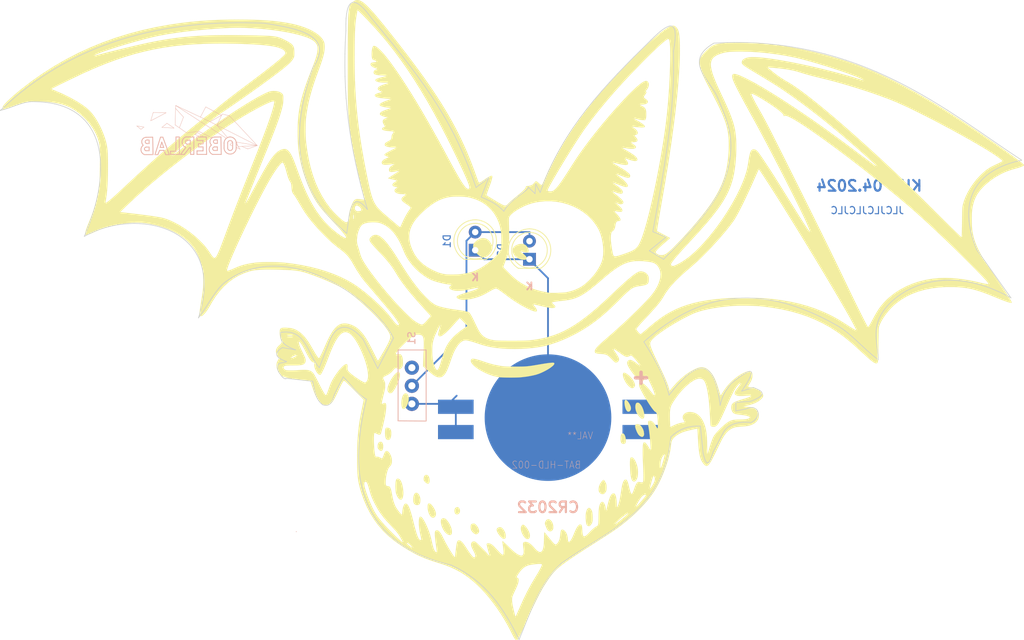
<source format=kicad_pcb>
(kicad_pcb (version 20240108) (generator "pcbnew") (generator_version "8.0")
  (layers (0 "F.Cu" signal) (31 "B.Cu" signal) (34 "B.Paste" user) (35 "F.Paste" user) (36 "B.SilkS" user "B.Silkscreen") (37 "F.SilkS" user "F.Silkscreen") (38 "B.Mask" user) (39 "F.Mask" user) (44 "Edge.Cuts" user))
  (net 0 "")
  (net 1 "Net-(D1-Pad1)")
  (net 2 "Net-(D1-Pad2)")
  (net 3 "Net-(S1-Pad1)")
  (net 4 "Net-(S1-Pad3)")
  (footprint "KHF_LIB:LED_D5.0mm" (layer "F.Cu") (at 87.220588 75.000286 90)
    (property "Reference" "D1")
    (property "Value" "LED")
  )
  (footprint "KHF_LIB:LED_D5.0mm" (layer "F.Cu") (at 94.840588 76.270286 90)
    (property "Reference" "D2")
    (property "Value" "LED")
  )
  (footprint "oberlab:ob-logo" (layer "F.Cu") (at 53.5 75.5)
    (property "Reference" "G***" (hide yes))
    (property "Value" "LOGO" (hide yes))
  )
  (footprint "LOGO" (layer "F.Cu") (at 92.300588 81.350286)
    (property "Reference" "G***" (hide yes))
    (property "Value" "LOGO" (hide yes))
  )
  (footprint "LOGO" (layer "F.Cu") (at 92.300588 81.350286)
    (property "Reference" "G***" (hide yes))
    (property "Value" "LOGO" (hide yes))
  )
  (footprint "KHF_LIB:Micro_Schalter" (layer "B.Cu") (at 78.330588 96.590286 90)
    (property "Reference" "S1")
    (property "Value" "Micro_Schalter")
  )
  (footprint "!Goody:BAT-HLD-SMD-Blech" (layer "B.Cu") (at 97.44 98.524 180)
    (property "Reference" "BAT-HLD-002")
    (property "Value" "VAL**")
  )
  (gr_line (start 92.134326 127.305806) (end 91.682325 126.536686) (stroke (width 0.1)) (layer "Edge.Cuts"))
  (gr_line (start 120.172648 92.152435) (end 120.349078 92.375328) (stroke (width 0.1)) (layer "Edge.Cuts"))
  (gr_line (start 45.95564 73.172594) (end 45.6502 72.960755) (stroke (width 0.1)) (layer "Edge.Cuts"))
  (gr_line (start 50.77215 80.941071) (end 50.32631 81.58784) (stroke (width 0.1)) (layer "Edge.Cuts"))
  (gr_line (start 127.372258 94.873874) (end 127.453558 94.985703) (stroke (width 0.1)) (layer "Edge.Cuts"))
  (gr_line (start 62.938291 63.037466) (end 63.110201 63.745887) (stroke (width 0.1)) (layer "Edge.Cuts"))
  (gr_line (start 68.152971 71.726465) (end 68.666631 72.183726) (stroke (width 0.1)) (layer "Edge.Cuts"))
  (gr_line (start 49.18219 79.694233) (end 49.16369 79.228963) (stroke (width 0.1)) (layer "Edge.Cuts"))
  (gr_line (start 70.21042 94.480977) (end 69.46291 93.622221) (stroke (width 0.1)) (layer "Edge.Cuts"))
  (gr_line (start 112.765939 107.88525) (end 112.379976 108.54856) (stroke (width 0.1)) (layer "Edge.Cuts"))
  (gr_line (start 118.825836 47.809092) (end 118.932879 47.572792) (stroke (width 0.1)) (layer "Edge.Cuts"))
  (gr_line (start 39.753151 44.771375) (end 40.955871 44.476828) (stroke (width 0.1)) (layer "Edge.Cuts"))
  (gr_line (start 66.273941 69.768379) (end 66.715621 70.278535) (stroke (width 0.1)) (layer "Edge.Cuts"))
  (gr_line (start 116.826746 99.939973) (end 116.56416 100.028043) (stroke (width 0.1)) (layer "Edge.Cuts"))
  (gr_line (start 65.29813 96.190473) (end 65.17049 96.002473) (stroke (width 0.1)) (layer "Edge.Cuts"))
  (gr_line (start 69.906481 40.247801) (end 70.025811 40.208611) (stroke (width 0.1)) (layer "Edge.Cuts"))
  (gr_line (start 66.1288 96.789417) (end 65.96749 96.758997) (stroke (width 0.1)) (layer "Edge.Cuts"))
  (gr_line (start 60.01515 90.834199) (end 60.27638 90.786989) (stroke (width 0.1)) (layer "Edge.Cuts"))
  (gr_line (start 122.941658 99.6842) (end 122.739398 99.819704) (stroke (width 0.1)) (layer "Edge.Cuts"))
  (gr_line (start 43.98379 72.090435) (end 43.26184 71.829214) (stroke (width 0.1)) (layer "Edge.Cuts"))
  (gr_line (start 59.44363 89.33485) (end 59.52773 89.207281) (stroke (width 0.1)) (layer "Edge.Cuts"))
  (gr_line (start 120.249378 104.397456) (end 120.145328 104.605815) (stroke (width 0.1)) (layer "Edge.Cuts"))
  (gr_line (start 157.461258 66.242068) (end 157.241178 66.633086) (stroke (width 0.1)) (layer "Edge.Cuts"))
  (gr_line (start 126.653638 98.635968) (end 126.472118 98.840033) (stroke (width 0.1)) (layer "Edge.Cuts"))
  (gr_line (start 65.178111 46.042199) (end 65.275411 46.299674) (stroke (width 0.1)) (layer "Edge.Cuts"))
  (gr_line (start 94.447357 66.517131) (end 94.571933 66.38251) (stroke (width 0.1)) (layer "Edge.Cuts"))
  (gr_line (start 67.94322 79.89416) (end 67.13641 79.44993) (stroke (width 0.1)) (layer "Edge.Cuts"))
  (gr_line (start 138.394138 85.812544) (end 138.013428 85.583129) (stroke (width 0.1)) (layer "Edge.Cuts"))
  (gr_line (start 31.25026 55.746552) (end 30.9606 55.555918) (stroke (width 0.1)) (layer "Edge.Cuts"))
  (gr_line (start 70.109201 68.487983) (end 70.204001 68.380393) (stroke (width 0.1)) (layer "Edge.Cuts"))
  (gr_line (start 66.715621 70.278535) (end 67.176601 70.77451) (stroke (width 0.1)) (layer "Edge.Cuts"))
  (gr_line (start 119.987178 91.967364) (end 120.172648 92.152435) (stroke (width 0.1)) (layer "Edge.Cuts"))
  (gr_line (start 72.265621 41.875735) (end 72.649431 42.391868) (stroke (width 0.1)) (layer "Edge.Cuts"))
  (gr_line (start 123.653698 99.371264) (end 123.398608 99.459804) (stroke (width 0.1)) (layer "Edge.Cuts"))
  (gr_line (start 46.2506 73.397175) (end 45.95564 73.172594) (stroke (width 0.1)) (layer "Edge.Cuts"))
  (gr_line (start 160.703358 80.829452) (end 159.863318 80.470643) (stroke (width 0.1)) (layer "Edge.Cuts"))
  (gr_line (start 122.235138 100.317338) (end 122.100558 100.513002) (stroke (width 0.1)) (layer "Edge.Cuts"))
  (gr_line (start 95.423674 124.738376) (end 95.115834 125.438766) (stroke (width 0.1)) (layer "Edge.Cuts"))
  (gr_line (start 23.41539 52.864656) (end 24.397781 52.098507) (stroke (width 0.1)) (layer "Edge.Cuts"))
  (gr_line (start 34.10786 67.862999) (end 34.28819 67.015276) (stroke (width 0.1)) (layer "Edge.Cuts"))
  (gr_line (start 48.96039 82.231873) (end 49.04829 81.695954) (stroke (width 0.1)) (layer "Edge.Cuts"))
  (gr_line (start 122.898538 62.643571) (end 122.982338 62.139424) (stroke (width 0.1)) (layer "Edge.Cuts"))
  (gr_line (start 53.91749 78.384352) (end 53.4916 78.603869) (stroke (width 0.1)) (layer "Edge.Cuts"))
  (gr_line (start 61.0685 86.517618) (end 61.32813 86.561648) (stroke (width 0.1)) (layer "Edge.Cuts"))
  (gr_line (start 156.658438 79.508626) (end 155.898588 79.377549) (stroke (width 0.1)) (layer "Edge.Cuts"))
  (gr_line (start 120.823908 93.276401) (end 120.963918 93.656054) (stroke (width 0.1)) (layer "Edge.Cuts"))
  (gr_line (start 68.58695 85.853595) (end 68.7556 85.833485) (stroke (width 0.1)) (layer "Edge.Cuts"))
  (gr_line (start 125.982528 92.213131) (end 125.978528 92.302521) (stroke (width 0.1)) (layer "Edge.Cuts"))
  (gr_line (start 121.328768 95.040571) (end 121.431898 95.585759) (stroke (width 0.1)) (layer "Edge.Cuts"))
  (gr_line (start 70.151651 40.193371) (end 70.283751 40.201471) (stroke (width 0.1)) (layer "Edge.Cuts"))
  (gr_line (start 43.400061 43.973327) (end 44.641101 43.763674) (stroke (width 0.1)) (layer "Edge.Cuts"))
  (gr_line (start 63.60732 88.54706) (end 63.8476 88.989493) (stroke (width 0.1)) (layer "Edge.Cuts"))
  (gr_line (start 157.708838 65.867006) (end 157.461258 66.242068) (stroke (width 0.1)) (layer "Edge.Cuts"))
  (gr_line (start 123.926798 99.298724) (end 123.653698 99.371264) (stroke (width 0.1)) (layer "Edge.Cuts"))
  (gr_line (start 155.898588 79.377549) (end 155.156298 79.286699) (stroke (width 0.1)) (layer "Edge.Cuts"))
  (gr_line (start 34.65188 63.748001) (end 34.64888 62.971523) (stroke (width 0.1)) (layer "Edge.Cuts"))
  (gr_line (start 125.761228 92.029151) (end 125.837128 92.031251) (stroke (width 0.1)) (layer "Edge.Cuts"))
  (gr_line (start 77.02826 116.497366) (end 76.27742 115.973676) (stroke (width 0.1)) (layer "Edge.Cuts"))
  (gr_line (start 152.372998 79.289979) (end 151.726188 79.373599) (stroke (width 0.1)) (layer "Edge.Cuts"))
  (gr_line (start 71.02194 106.652667) (end 70.92794 105.768308) (stroke (width 0.1)) (layer "Edge.Cuts"))
  (gr_line (start 120.963918 93.656054) (end 121.094758 94.076268) (stroke (width 0.1)) (layer "Edge.Cuts"))
  (gr_line (start 118.931506 49.699494) (end 118.842546 49.463194) (stroke (width 0.1)) (layer "Edge.Cuts"))
  (gr_line (start 69.89174 86.124377) (end 70.10191 86.248975) (stroke (width 0.1)) (layer "Edge.Cuts"))
  (gr_line (start 120.516468 92.636588) (end 120.674748 92.936763) (stroke (width 0.1)) (layer "Edge.Cuts"))
  (gr_line (start 109.007133 112.422006) (end 108.44914 112.887996) (stroke (width 0.1)) (layer "Edge.Cuts"))
  (gr_line (start 64.697321 45.36056) (end 64.887411 45.573314) (stroke (width 0.1)) (layer "Edge.Cuts"))
  (gr_line (start 30.34252 55.207518) (end 30.01387 55.050222) (stroke (width 0.1)) (layer "Edge.Cuts"))
  (gr_line (start 48.437461 43.298923) (end 49.726611 43.197578) (stroke (width 0.1)) (layer "Edge.Cuts"))
  (gr_line (start 32.92733 57.365715) (end 32.72447 57.105551) (stroke (width 0.1)) (layer "Edge.Cuts"))
  (gr_line (start 81.6238 118.631146) (end 80.58905 118.271476) (stroke (width 0.1)) (layer "Edge.Cuts"))
  (gr_line (start 63.8476 88.989493) (end 64.30665 89.892813) (stroke (width 0.1)) (layer "Edge.Cuts"))
  (gr_line (start 38.563631 45.094919) (end 39.753151 44.771375) (stroke (width 0.1)) (layer "Edge.Cuts"))
  (gr_line (start 115.017246 51.761991) (end 114.929586 53.337773) (stroke (width 0.1)) (layer "Edge.Cuts"))
  (gr_line (start 24.397781 52.098507) (end 25.396351 51.366242) (stroke (width 0.1)) (layer "Edge.Cuts"))
  (gr_line (start 115.249656 44.204253) (end 115.279286 44.403472) (stroke (width 0.1)) (layer "Edge.Cuts"))
  (gr_line (start 125.302828 92.189652) (end 125.562748 92.075801) (stroke (width 0.1)) (layer "Edge.Cuts"))
  (gr_line (start 29.67198 54.904511) (end 29.316739 54.770621) (stroke (width 0.1)) (layer "Edge.Cuts"))
  (gr_line (start 69.274901 41.248119) (end 69.341501 41.022825) (stroke (width 0.1)) (layer "Edge.Cuts"))
  (gr_line (start 60.67016 93.042298) (end 60.58756 93.053888) (stroke (width 0.1)) (layer "Edge.Cuts"))
  (gr_line (start 115.963998 84.210254) (end 115.278169 84.607637) (stroke (width 0.1)) (layer "Edge.Cuts"))
  (gr_line (start 121.431898 95.585759) (end 121.525698 96.173702) (stroke (width 0.1)) (layer "Edge.Cuts"))
  (gr_line (start 60.49906 86.495315) (end 60.79244 86.495098) (stroke (width 0.1)) (layer "Edge.Cuts"))
  (gr_line (start 66.68013 88.003079) (end 66.83784 87.602521) (stroke (width 0.1)) (layer "Edge.Cuts"))
  (gr_line (start 123.044338 61.650576) (end 123.085838 61.176528) (stroke (width 0.1)) (layer "Edge.Cuts"))
  (gr_line (start 95.721741 65.702911) (end 96.345706 66.894906) (stroke (width 0.1)) (layer "Edge.Cuts"))
  (gr_line (start 82.71845 118.955766) (end 81.6238 118.631146) (stroke (width 0.1)) (layer "Edge.Cuts"))
  (gr_line (start 59.47855 91.247643) (end 59.52195 91.128109) (stroke (width 0.1)) (layer "Edge.Cuts"))
  (gr_line (start 113.313217 85.917793) (end 112.687933 86.387878) (stroke (width 0.1)) (layer "Edge.Cuts"))
  (gr_line (start 71.873011 69.021106) (end 72.093691 69.286956) (stroke (width 0.1)) (layer "Edge.Cuts"))
  (gr_line (start 69.413071 56.749657) (end 69.241531 55.222518) (stroke (width 0.1)) (layer "Edge.Cuts"))
  (gr_line (start 67.20981 96.029369) (end 67.06052 96.315161) (stroke (width 0.1)) (layer "Edge.Cuts"))
  (gr_line (start 35.076381 46.243021) (end 36.225031 45.830393) (stroke (width 0.1)) (layer "Edge.Cuts"))
  (gr_line (start 159.351318 64.235329) (end 158.969608 64.52877) (stroke (width 0.1)) (layer "Edge.Cuts"))
  (gr_line (start 66.66853 96.700057) (end 66.54854 96.752287) (stroke (width 0.1)) (layer "Edge.Cuts"))
  (gr_line (start 115.090806 43.764558) (end 115.155116 43.885562) (stroke (width 0.1)) (layer "Edge.Cuts"))
  (gr_line (start 61.59309 88.840367) (end 61.23289 88.676702) (stroke (width 0.1)) (layer "Edge.Cuts"))
  (gr_line (start 83.87403 119.244616) (end 82.71845 118.955766) (stroke (width 0.1)) (layer "Edge.Cuts"))
  (gr_line (start 60.6782 88.357654) (end 60.47355 88.201764) (stroke (width 0.1)) (layer "Edge.Cuts"))
  (gr_line (start 114.833286 43.545728) (end 114.929596 43.595408) (stroke (width 0.1)) (layer "Edge.Cuts"))
  (gr_line (start 60.13652 92.794767) (end 59.999 92.624563) (stroke (width 0.1)) (layer "Edge.Cuts"))
  (gr_line (start 158.969608 64.52877) (end 158.614288 64.838781) (stroke (width 0.1)) (layer "Edge.Cuts"))
  (gr_line (start 120.145328 104.605815) (end 120.046528 104.753471) (stroke (width 0.1)) (layer "Edge.Cuts"))
  (gr_line (start 70.025811 40.208611) (end 70.151651 40.193371) (stroke (width 0.1)) (layer "Edge.Cuts"))
  (gr_line (start 113.174862 44.298769) (end 113.549131 44.007605) (stroke (width 0.1)) (layer "Edge.Cuts"))
  (gr_line (start 72.81862 83.561898) (end 72.22157 83.00253) (stroke (width 0.1)) (layer "Edge.Cuts"))
  (gr_line (start 28.487001 49.369257) (end 29.548151 48.769036) (stroke (width 0.1)) (layer "Edge.Cuts"))
  (gr_line (start 105.480357 115.012846) (end 104.240056 115.802236) (stroke (width 0.1)) (layer "Edge.Cuts"))
  (gr_line (start 70.021801 68.616248) (end 70.109201 68.487983) (stroke (width 0.1)) (layer "Edge.Cuts"))
  (gr_line (start 71.33156 108.357809) (end 71.15615 107.51608) (stroke (width 0.1)) (layer "Edge.Cuts"))
  (gr_line (start 71.4968 98.028494) (end 71.71747 96.98902) (stroke (width 0.1)) (layer "Edge.Cuts"))
  (gr_line (start 33.89369 68.719307) (end 34.10786 67.862999) (stroke (width 0.1)) (layer "Edge.Cuts"))
  (gr_line (start 156.748038 67.900643) (end 156.640098 68.354256) (stroke (width 0.1)) (layer "Edge.Cuts"))
  (gr_line (start 60.42936 93.023258) (end 60.2795 92.932268) (stroke (width 0.1)) (layer "Edge.Cuts"))
  (gr_line (start 91.245837 69.537112) (end 91.428432 69.211788) (stroke (width 0.1)) (layer "Edge.Cuts"))
  (gr_line (start 71.206601 66.040769) (end 70.817081 64.456088) (stroke (width 0.1)) (layer "Edge.Cuts"))
  (gr_line (start 65.338611 46.573403) (end 65.365911 46.864057) (stroke (width 0.1)) (layer "Edge.Cuts"))
  (gr_line (start 144.301048 83.870177) (end 144.103348 84.214368) (stroke (width 0.1)) (layer "Edge.Cuts"))
  (gr_line (start 90.18661 124.342886) (end 89.63337 123.656036) (stroke (width 0.1)) (layer "Edge.Cuts"))
  (gr_line (start 125.569288 99.182224) (end 125.203198 99.172094) (stroke (width 0.1)) (layer "Edge.Cuts"))
  (gr_line (start 159.038298 80.16093) (end 158.228798 79.89854) (stroke (width 0.1)) (layer "Edge.Cuts"))
  (gr_line (start 143.557528 85.865995) (end 143.509928 86.271739) (stroke (width 0.1)) (layer "Edge.Cuts"))
  (gr_line (start 51.71453 79.831075) (end 51.4681 80.082054) (stroke (width 0.1)) (layer "Edge.Cuts"))
  (gr_line (start 126.786058 98.425886) (end 126.653638 98.635968) (stroke (width 0.1)) (layer "Edge.Cuts"))
  (gr_line (start 115.572983 100.518377) (end 115.112597 100.84569) (stroke (width 0.1)) (layer "Edge.Cuts"))
  (gr_line (start 147.804398 80.687388) (end 147.336818 80.957834) (stroke (width 0.1)) (layer "Edge.Cuts"))
  (gr_line (start 150.494928 79.627761) (end 149.911498 79.794752) (stroke (width 0.1)) (layer "Edge.Cuts"))
  (gr_line (start 62.7591 87.371783) (end 63.0701 87.728613) (stroke (width 0.1)) (layer "Edge.Cuts"))
  (gr_line (start 61.32813 86.561648) (end 61.5722 86.625998) (stroke (width 0.1)) (layer "Edge.Cuts"))
  (gr_line (start 120.002198 46.391291) (end 120.336218 46.154991) (stroke (width 0.1)) (layer "Edge.Cuts"))
  (gr_line (start 143.754928 89.702001) (end 143.776228 90.050471) (stroke (width 0.1)) (layer "Edge.Cuts"))
  (gr_line (start 151.726188 79.373599) (end 151.099988 79.486783) (stroke (width 0.1)) (layer "Edge.Cuts"))
  (gr_line (start 49.15769 80.666833) (end 49.18019 80.173502) (stroke (width 0.1)) (layer "Edge.Cuts"))
  (gr_line (start 35.3188 71.817877) (end 34.54254 72.065225) (stroke (width 0.1)) (layer "Edge.Cuts"))
  (gr_line (start 143.780228 90.390788) (end 142.938198 89.709791) (stroke (width 0.1)) (layer "Edge.Cuts"))
  (gr_line (start 60.18748 86.519445) (end 60.49906 86.495315) (stroke (width 0.1)) (layer "Edge.Cuts"))
  (gr_line (start 62.542381 59.154606) (end 62.556881 59.978746) (stroke (width 0.1)) (layer "Edge.Cuts"))
  (gr_line (start 157.983678 65.508022) (end 157.708838 65.867006) (stroke (width 0.1)) (layer "Edge.Cuts"))
  (gr_line (start 65.306611 47.498837) (end 65.216711 47.844307) (stroke (width 0.1)) (layer "Edge.Cuts"))
  (gr_line (start 62.01528 89.007134) (end 61.59309 88.840367) (stroke (width 0.1)) (layer "Edge.Cuts"))
  (gr_line (start 125.897328 92.050621) (end 125.941728 92.087311) (stroke (width 0.1)) (layer "Edge.Cuts"))
  (gr_line (start 112.967963 91.434144) (end 113.417286 92.36553) (stroke (width 0.1)) (layer "Edge.Cuts"))
  (gr_line (start 121.231938 82.162935) (end 120.426918 82.364201) (stroke (width 0.1)) (layer "Edge.Cuts"))
  (gr_line (start 113.624148 92.841899) (end 113.817328 93.326481) (stroke (width 0.1)) (layer "Edge.Cuts"))
  (gr_line (start 126.774358 97.466224) (end 126.860658 97.628813) (stroke (width 0.1)) (layer "Edge.Cuts"))
  (gr_line (start 54.78047 78.006882) (end 54.34721 78.185502) (stroke (width 0.1)) (layer "Edge.Cuts"))
  (gr_line (start 116.056782 100.2457) (end 115.572983 100.518377) (stroke (width 0.1)) (layer "Edge.Cuts"))
  (gr_line (start 128.960138 46.090721) (end 129.819708 46.187231) (stroke (width 0.1)) (layer "Edge.Cuts"))
  (gr_line (start 133.496968 83.398634) (end 132.425898 83.003071) (stroke (width 0.1)) (layer "Edge.Cuts"))
  (gr_line (start 59.999 92.624563) (end 59.86549 92.435458) (stroke (width 0.1)) (layer "Edge.Cuts"))
  (gr_line (start 62.684101 44.213296) (end 63.033401 44.345257) (stroke (width 0.1)) (layer "Edge.Cuts"))
  (gr_line (start 65.46389 78.656119) (end 64.60294 78.313504) (stroke (width 0.1)) (layer "Edge.Cuts"))
  (gr_line (start 126.906758 97.811246) (end 126.910758 98.00835) (stroke (width 0.1)) (layer "Edge.Cuts"))
  (gr_line (start 64.53948 90.334511) (end 64.78389 90.75678) (stroke (width 0.1)) (layer "Edge.Cuts"))
  (gr_line (start 28.56572 54.539246) (end 28.169689 54.442236) (stroke (width 0.1)) (layer "Edge.Cuts"))
  (gr_line (start 64.385521 66.982433) (end 64.717641 67.57311) (stroke (width 0.1)) (layer "Edge.Cuts"))
  (gr_line (start 120.474678 103.782916) (end 120.359038 104.124467) (stroke (width 0.1)) (layer "Edge.Cuts"))
  (gr_line (start 34.52278 61.480191) (end 34.39795 60.769112) (stroke (width 0.1)) (layer "Edge.Cuts"))
  (gr_line (start 48.9173 83.757794) (end 48.37579 84.519484) (stroke (width 0.1)) (layer "Edge.Cuts"))
  (gr_line (start 118.229463 99.709124) (end 117.650333 99.759364) (stroke (width 0.1)) (layer "Edge.Cuts"))
  (gr_line (start 28.169689 54.442236) (end 27.759839 54.357986) (stroke (width 0.1)) (layer "Edge.Cuts"))
  (gr_line (start 75.75853 87.352616) (end 75.48803 86.848857) (stroke (width 0.1)) (layer "Edge.Cuts"))
  (gr_line (start 122.100558 100.513002) (end 121.982408 100.723269) (stroke (width 0.1)) (layer "Edge.Cuts"))
  (gr_line (start 71.54921 109.177126) (end 71.33156 108.357809) (stroke (width 0.1)) (layer "Edge.Cuts"))
  (gr_line (start 125.024798 94.197861) (end 124.628188 94.802088) (stroke (width 0.1)) (layer "Edge.Cuts"))
  (gr_line (start 61.05018 77.386309) (end 60.14667 77.282749) (stroke (width 0.1)) (layer "Edge.Cuts"))
  (gr_line (start 115.137419 94.477882) (end 115.815049 93.702057) (stroke (width 0.1)) (layer "Edge.Cuts"))
  (gr_line (start 74.34273 114.222076) (end 73.80032 113.580506) (stroke (width 0.1)) (layer "Edge.Cuts"))
  (gr_line (start 156.533898 70.849975) (end 156.600798 71.393792) (stroke (width 0.1)) (layer "Edge.Cuts"))
  (gr_line (start 143.490028 87.071543) (end 143.509428 87.464724) (stroke (width 0.1)) (layer "Edge.Cuts"))
  (gr_line (start 68.11622 86.015475) (end 68.26727 85.945395) (stroke (width 0.1)) (layer "Edge.Cuts"))
  (gr_line (start 104.96777 52.660372) (end 106.064317 51.432349) (stroke (width 0.1)) (layer "Edge.Cuts"))
  (gr_line (start 69.167491 41.787018) (end 69.274901 41.248119) (stroke (width 0.1)) (layer "Edge.Cuts"))
  (gr_line (start 72.11539 110.745496) (end 71.81014 109.973256) (stroke (width 0.1)) (layer "Edge.Cuts"))
  (gr_line (start 145.379548 82.505014) (end 145.067788 82.841014) (stroke (width 0.1)) (layer "Edge.Cuts"))
  (gr_line (start 72.22157 83.00253) (end 71.58739 82.449154) (stroke (width 0.1)) (layer "Edge.Cuts"))
  (gr_line (start 114.610756 43.512288) (end 114.726905 43.518288) (stroke (width 0.1)) (layer "Edge.Cuts"))
  (gr_line (start 157.435348 79.681698) (end 156.658438 79.508626) (stroke (width 0.1)) (layer "Edge.Cuts"))
  (gr_line (start 67.2219 86.882285) (end 67.44844 86.575469) (stroke (width 0.1)) (layer "Edge.Cuts"))
  (gr_line (start 96.088275 123.362056) (end 95.746621 124.045536) (stroke (width 0.1)) (layer "Edge.Cuts"))
  (gr_line (start 62.41047 87.062676) (end 62.58993 87.210665) (stroke (width 0.1)) (layer "Edge.Cuts"))
  (gr_line (start 161.557918 81.239136) (end 160.703358 80.829452) (stroke (width 0.1)) (layer "Edge.Cuts"))
  (gr_line (start 115.273246 45.484032) (end 115.191316 46.205245) (stroke (width 0.1)) (layer "Edge.Cuts"))
  (gr_line (start 124.639478 81.727506) (end 123.758778 81.777336) (stroke (width 0.1)) (layer "Edge.Cuts"))
  (gr_line (start 125.954568 99.209404) (end 125.569288 99.182224) (stroke (width 0.1)) (layer "Edge.Cuts"))
  (gr_line (start 72.093691 69.286956) (end 71.632161 67.649667) (stroke (width 0.1)) (layer "Edge.Cuts"))
  (gr_line (start 113.449543 106.457296) (end 113.12301 107.188785) (stroke (width 0.1)) (layer "Edge.Cuts"))
  (gr_line (start 65.17049 96.002473) (end 65.05897 95.807568) (stroke (width 0.1)) (layer "Edge.Cuts"))
  (gr_line (start 114.279565 59.668119) (end 114.056902 61.256175) (stroke (width 0.1)) (layer "Edge.Cuts"))
  (gr_line (start 145.067788 82.841014) (end 144.783778 83.181723) (stroke (width 0.1)) (layer "Edge.Cuts"))
  (gr_line (start 112.379976 108.54856) (end 111.966757 109.180626) (stroke (width 0.1)) (layer "Edge.Cuts"))
  (gr_line (start 120.336218 46.154991) (end 120.714738 45.918691) (stroke (width 0.1)) (layer "Edge.Cuts"))
  (gr_line (start 60.64983 90.695939) (end 60.75549 90.644889) (stroke (width 0.1)) (layer "Edge.Cuts"))
  (gr_line (start 125.803148 97.132018) (end 126.063398 97.117788) (stroke (width 0.1)) (layer "Edge.Cuts"))
  (gr_line (start 114.301095 94.837686) (end 114.425878 95.363304) (stroke (width 0.1)) (layer "Edge.Cuts"))
  (gr_line (start 66.88122 96.541057) (end 66.77927 96.629357) (stroke (width 0.1)) (layer "Edge.Cuts"))
  (gr_line (start 116.76739 92.753404) (end 117.067631 92.496737) (stroke (width 0.1)) (layer "Edge.Cuts"))
  (gr_line (start 36.11066 71.614126) (end 35.3188 71.817877) (stroke (width 0.1)) (layer "Edge.Cuts"))
  (gr_line (start 71.632161 67.649667) (end 71.206601 66.040769) (stroke (width 0.1)) (layer "Edge.Cuts"))
  (gr_line (start 119.733204 51.117295) (end 119.427634 50.644695) (stroke (width 0.1)) (layer "Edge.Cuts"))
  (gr_line (start 62.707181 56.529244) (end 62.616681 57.430495) (stroke (width 0.1)) (layer "Edge.Cuts"))
  (gr_line (start 63.727661 51.605431) (end 63.444911 52.648001) (stroke (width 0.1)) (layer "Edge.Cuts"))
  (gr_line (start 116.665822 83.83552) (end 115.963998 84.210254) (stroke (width 0.1)) (layer "Edge.Cuts"))
  (gr_line (start 121.982408 100.723269) (end 120.596608 103.368875) (stroke (width 0.1)) (layer "Edge.Cuts"))
  (gr_line (start 112.347219 45.040808) (end 112.773428 44.645212) (stroke (width 0.1)) (layer "Edge.Cuts"))
  (gr_line (start 127.400758 95.376882) (end 127.256628 95.527726) (stroke (width 0.1)) (layer "Edge.Cuts"))
  (gr_line (start 122.503088 94.599987) (end 122.707008 94.311001) (stroke (width 0.1)) (layer "Edge.Cuts"))
  (gr_line (start 70.60145 94.893087) (end 70.21042 94.480977) (stroke (width 0.1)) (layer "Edge.Cuts"))
  (gr_line (start 128.363458 81.969381) (end 127.401588 81.839156) (stroke (width 0.1)) (layer "Edge.Cuts"))
  (gr_line (start 70.87644 102.996991) (end 70.93264 102.036278) (stroke (width 0.1)) (layer "Edge.Cuts"))
  (gr_line (start 34.43371 66.178027) (end 34.54348 65.35314) (stroke (width 0.1)) (layer "Edge.Cuts"))
  (gr_line (start 118.771416 49.226894) (end 118.720026 48.990593) (stroke (width 0.1)) (layer "Edge.Cuts"))
  (gr_line (start 60.08943 87.745585) (end 60.02103 87.596514) (stroke (width 0.1)) (layer "Edge.Cuts"))
  (gr_line (start 156.488698 69.806646) (end 156.496698 70.320885) (stroke (width 0.1)) (layer "Edge.Cuts"))
  (gr_line (start 125.609348 93.217641) (end 125.351538 93.670055) (stroke (width 0.1)) (layer "Edge.Cuts"))
  (gr_line (start 64.887411 45.573314) (end 65.048221 45.800303) (stroke (width 0.1)) (layer "Edge.Cuts"))
  (gr_line (start 127.453558 94.985703) (end 127.490958 95.106438) (stroke (width 0.1)) (layer "Edge.Cuts"))
  (gr_line (start 53.06983 78.844481) (end 52.6525 79.106633) (stroke (width 0.1)) (layer "Edge.Cuts"))
  (gr_line (start 127.111078 94.67465) (end 127.255348 94.77038) (stroke (width 0.1)) (layer "Edge.Cuts"))
  (gr_line (start 127.255348 94.77038) (end 127.372258 94.873874) (stroke (width 0.1)) (layer "Edge.Cuts"))
  (gr_line (start 119.248072 47.100192) (end 119.460032 46.863892) (stroke (width 0.1)) (layer "Edge.Cuts"))
  (gr_line (start 68.7556 85.833485) (end 68.93015 85.831585) (stroke (width 0.1)) (layer "Edge.Cuts"))
  (gr_line (start 68.666631 72.183726) (end 69.196101 72.629363) (stroke (width 0.1)) (layer "Edge.Cuts"))
  (gr_line (start 33.1181 57.635088) (end 32.92733 57.365715) (stroke (width 0.1)) (layer "Edge.Cuts"))
  (gr_line (start 70.565741 40.284851) (end 70.715121 40.358851) (stroke (width 0.1)) (layer "Edge.Cuts"))
  (gr_line (start 147.538318 51.856734) (end 148.795838 52.530979) (stroke (width 0.1)) (layer "Edge.Cuts"))
  (gr_line (start 60.58756 93.053888) (end 60.50736 93.046988) (stroke (width 0.1)) (layer "Edge.Cuts"))
  (gr_line (start 71.193761 40.702192) (end 71.535761 41.025633) (stroke (width 0.1)) (layer "Edge.Cuts"))
  (gr_line (start 69.106591 53.690344) (end 69.008391 52.148957) (stroke (width 0.1)) (layer "Edge.Cuts"))
  (gr_line (start 68.983891 45.807715) (end 69.070291 44.157589) (stroke (width 0.1)) (layer "Edge.Cuts"))
  (gr_line (start 144.783778 83.181723) (end 144.528028 83.525369) (stroke (width 0.1)) (layer "Edge.Cuts"))
  (gr_line (start 53.4916 78.603869) (end 53.06983 78.844481) (stroke (width 0.1)) (layer "Edge.Cuts"))
  (gr_line (start 126.871158 98.214955) (end 126.786058 98.425886) (stroke (width 0.1)) (layer "Edge.Cuts"))
  (gr_line (start 115.301776 44.885483) (end 115.273246 45.484032) (stroke (width 0.1)) (layer "Edge.Cuts"))
  (gr_line (start 60.18423 87.895985) (end 60.08943 87.745585) (stroke (width 0.1)) (layer "Edge.Cuts"))
  (gr_line (start 66.41889 96.785167) (end 66.27912 96.797817) (stroke (width 0.1)) (layer "Edge.Cuts"))
  (gr_line (start 119.474278 104.417385) (end 119.338808 103.998957) (stroke (width 0.1)) (layer "Edge.Cuts"))
  (gr_line (start 94.571933 66.38251) (end 94.646823 66.260061) (stroke (width 0.1)) (layer "Edge.Cuts"))
  (gr_line (start 91.645329 68.903276) (end 91.890066 68.611221) (stroke (width 0.1)) (layer "Edge.Cuts"))
  (gr_line (start 34.54254 72.065225) (end 33.78599 72.35564) (stroke (width 0.1)) (layer "Edge.Cuts"))
  (gr_line (start 36.91403 71.454498) (end 36.11066 71.614126) (stroke (width 0.1)) (layer "Edge.Cuts"))
  (gr_line (start 52.23989 79.390753) (end 51.9712 79.600166) (stroke (width 0.1)) (layer "Edge.Cuts"))
  (gr_line (start 71.470301 68.607668) (end 71.665371 68.795212) (stroke (width 0.1)) (layer "Edge.Cuts"))
  (gr_line (start 48.84973 82.782119) (end 48.96039 82.231873) (stroke (width 0.1)) (layer "Edge.Cuts"))
  (gr_line (start 59.76338 90.189973) (end 59.61276 90.072185) (stroke (width 0.1)) (layer "Edge.Cuts"))
  (gr_line (start 126.292428 97.149268) (end 126.488458 97.221278) (stroke (width 0.1)) (layer "Edge.Cuts"))
  (gr_line (start 60.79244 86.495098) (end 61.0685 86.517618) (stroke (width 0.1)) (layer "Edge.Cuts"))
  (gr_line (start 121.929188 95.693933) (end 122.110968 95.272196) (stroke (width 0.1)) (layer "Edge.Cuts"))
  (gr_line (start 30.9606 55.555918) (end 30.65806 55.376162) (stroke (width 0.1)) (layer "Edge.Cuts"))
  (gr_line (start 75.528781 45.892071) (end 76.815501 47.507951) (stroke (width 0.1)) (layer "Edge.Cuts"))
  (gr_line (start 92.437227 68.075046) (end 92.726726 67.830213) (stroke (width 0.1)) (layer "Edge.Cuts"))
  (gr_line (start 62.684581 61.554394) (end 62.796131 62.307182) (stroke (width 0.1)) (layer "Edge.Cuts"))
  (gr_line (start 114.607993 85.025883) (end 113.953123 85.463197) (stroke (width 0.1)) (layer "Edge.Cuts"))
  (gr_line (start 150.024968 53.222094) (end 151.226848 53.927046) (stroke (width 0.1)) (layer "Edge.Cuts"))
  (gr_line (start 48.37579 84.519484) (end 48.55795 83.92586) (stroke (width 0.1)) (layer "Edge.Cuts"))
  (gr_line (start 70.283751 40.201471) (end 70.421871 40.232171) (stroke (width 0.1)) (layer "Edge.Cuts"))
  (gr_line (start 117.642116 92.076023) (end 117.916306 91.913069) (stroke (width 0.1)) (layer "Edge.Cuts"))
  (gr_line (start 68.69239 92.786487) (end 67.43257 95.306114) (stroke (width 0.1)) (layer "Edge.Cuts"))
  (gr_line (start 99.182613 60.653669) (end 99.602007 59.933751) (stroke (width 0.1)) (layer "Edge.Cuts"))
  (gr_line (start 45.894491 43.581623) (end 47.160021 43.426822) (stroke (width 0.1)) (layer "Edge.Cuts"))
  (gr_line (start 28.948029 54.648787) (end 28.56572 54.539246) (stroke (width 0.1)) (layer "Edge.Cuts"))
  (gr_line (start 115.191316 46.205245) (end 115.053606 47.055246) (stroke (width 0.1)) (layer "Edge.Cuts"))
  (gr_line (start 32.71759 72.192646) (end 33.05762 71.32087) (stroke (width 0.1)) (layer "Edge.Cuts"))
  (gr_line (start 82.794441 56.080967) (end 83.559951 57.434879) (stroke (width 0.1)) (layer "Edge.Cuts"))
  (gr_line (start 96.345706 66.894906) (end 96.645743 66.062858) (stroke (width 0.1)) (layer "Edge.Cuts"))
  (gr_line (start 62.21985 86.929016) (end 62.41047 87.062676) (stroke (width 0.1)) (layer "Edge.Cuts"))
  (gr_line (start 149.350228 79.985988) (end 148.811618 80.199689) (stroke (width 0.1)) (layer "Edge.Cuts"))
  (gr_line (start 67.43257 95.306114) (end 67.33267 95.690686) (stroke (width 0.1)) (layer "Edge.Cuts"))
  (gr_line (start 60.14667 77.282749) (end 59.69426 77.252599) (stroke (width 0.1)) (layer "Edge.Cuts"))
  (gr_line (start 71.46983 95.630967) (end 71.01779 95.27987) (stroke (width 0.1)) (layer "Edge.Cuts"))
  (gr_line (start 143.904748 84.630693) (end 143.750508 85.045033) (stroke (width 0.1)) (layer "Edge.Cuts"))
  (gr_line (start 60.305101 43.583826) (end 61.141151 43.767223) (stroke (width 0.1)) (layer "Edge.Cuts"))
  (gr_line (start 49.726611 43.197578) (end 51.027271 43.122438) (stroke (width 0.1)) (layer "Edge.Cuts"))
  (gr_line (start 112.773428 44.645212) (end 113.174862 44.298769) (stroke (width 0.1)) (layer "Edge.Cuts"))
  (gr_line (start 156.496698 70.320885) (end 156.533898 70.849975) (stroke (width 0.1)) (layer "Edge.Cuts"))
  (gr_line (start 66.54854 96.752287) (end 66.41889 96.785167) (stroke (width 0.1)) (layer "Edge.Cuts"))
  (gr_line (start 138.759918 86.055482) (end 138.394138 85.812544) (stroke (width 0.1)) (layer "Edge.Cuts"))
  (gr_line (start 67.176601 70.77451) (end 67.656011 71.256938) (stroke (width 0.1)) (layer "Edge.Cuts"))
  (gr_line (start 124.628188 94.802088) (end 126.269348 94.292717) (stroke (width 0.1)) (layer "Edge.Cuts"))
  (gr_line (start 136.319668 47.4346) (end 137.845248 47.864542) (stroke (width 0.1)) (layer "Edge.Cuts"))
  (gr_line (start 97.29484 64.445944) (end 97.643005 63.659997) (stroke (width 0.1)) (layer "Edge.Cuts"))
  (gr_line (start 119.619928 104.718711) (end 119.545658 104.584649) (stroke (width 0.1)) (layer "Edge.Cuts"))
  (gr_line (start 118.181757 91.78245) (end 118.438435 91.68471) (stroke (width 0.1)) (layer "Edge.Cuts"))
  (gr_line (start 114.157164 94.323555) (end 114.301095 94.837686) (stroke (width 0.1)) (layer "Edge.Cuts"))
  (gr_line (start 69.793931 40.311601) (end 69.906481 40.247801) (stroke (width 0.1)) (layer "Edge.Cuts"))
  (gr_line (start 118.703346 48.281693) (end 118.749966 48.045393) (stroke (width 0.1)) (layer "Edge.Cuts"))
  (gr_line (start 48.55795 83.92586) (end 48.71576 83.346758) (stroke (width 0.1)) (layer "Edge.Cuts"))
  (gr_line (start 71.287351 68.456866) (end 71.470301 68.607668) (stroke (width 0.1)) (layer "Edge.Cuts"))
  (gr_line (start 75.58024 115.419406) (end 74.93569 114.835296) (stroke (width 0.1)) (layer "Edge.Cuts"))
  (gr_line (start 61.94995 77.544652) (end 61.05018 77.386309) (stroke (width 0.1)) (layer "Edge.Cuts"))
  (gr_line (start 59.64104 89.078495) (end 59.78245 88.94854) (stroke (width 0.1)) (layer "Edge.Cuts"))
  (gr_line (start 34.61648 64.542502) (end 34.65188 63.748001) (stroke (width 0.1)) (layer "Edge.Cuts"))
  (gr_line (start 146.251278 51.202401) (end 147.538318 51.856734) (stroke (width 0.1)) (layer "Edge.Cuts"))
  (gr_line (start 92.567089 128.090536) (end 92.134326 127.305806) (stroke (width 0.1)) (layer "Edge.Cuts"))
  (gr_line (start 119.778528 104.871511) (end 119.697428 104.815641) (stroke (width 0.1)) (layer "Edge.Cuts"))
  (gr_line (start 156.600798 71.393792) (end 156.697598 71.952213) (stroke (width 0.1)) (layer "Edge.Cuts"))
  (gr_line (start 143.509428 87.464724) (end 143.584228 88.235448) (stroke (width 0.1)) (layer "Edge.Cuts"))
  (gr_line (start 93.840098 66.997575) (end 94.27955 66.664277) (stroke (width 0.1)) (layer "Edge.Cuts"))
  (gr_line (start 34.64888 62.971523) (end 34.60608 62.214958) (stroke (width 0.1)) (layer "Edge.Cuts"))
  (gr_line (start 64.479581 45.161366) (end 64.697321 45.36056) (stroke (width 0.1)) (layer "Edge.Cuts"))
  (gr_line (start 126.860658 97.628813) (end 126.906758 97.811246) (stroke (width 0.1)) (layer "Edge.Cuts"))
  (gr_line (start 77.8338 116.989726) (end 77.02826 116.497366) (stroke (width 0.1)) (layer "Edge.Cuts"))
  (gr_line (start 60.2795 92.932268) (end 60.13652 92.794767) (stroke (width 0.1)) (layer "Edge.Cuts"))
  (gr_line (start 107.292464 113.773316) (end 106.697064 114.196406) (stroke (width 0.1)) (layer "Edge.Cuts"))
  (gr_line (start 69.096291 42.448053) (end 69.167491 41.787018) (stroke (width 0.1)) (layer "Edge.Cuts"))
  (gr_line (start 113.667814 76.282929) (end 115.838612 74.022622) (stroke (width 0.1)) (layer "Edge.Cuts"))
  (gr_line (start 114.350329 43.561738) (end 114.485131 43.527038) (stroke (width 0.1)) (layer "Edge.Cuts"))
  (gr_line (start 70.91849 81.905258) (end 70.21724 81.374326) (stroke (width 0.1)) (layer "Edge.Cuts"))
  (gr_line (start 87.344851 66.201994) (end 89.110961 64.806345) (stroke (width 0.1)) (layer "Edge.Cuts"))
  (gr_line (start 119.697428 104.815641) (end 119.619928 104.718711) (stroke (width 0.1)) (layer "Edge.Cuts"))
  (gr_line (start 25.396351 51.366242) (end 26.41088 50.667511) (stroke (width 0.1)) (layer "Edge.Cuts"))
  (gr_line (start 64.051481 50.532677) (end 63.727661 51.605431) (stroke (width 0.1)) (layer "Edge.Cuts"))
  (gr_line (start 49.11389 81.174296) (end 49.15769 80.666833) (stroke (width 0.1)) (layer "Edge.Cuts"))
  (gr_line (start 126.596988 94.428422) (end 126.947748 94.58613) (stroke (width 0.1)) (layer "Edge.Cuts"))
  (gr_line (start 115.112597 100.84569) (end 114.675458 101.227241) (stroke (width 0.1)) (layer "Edge.Cuts"))
  (gr_line (start 134.590918 83.852633) (end 133.496968 83.398634) (stroke (width 0.1)) (layer "Edge.Cuts"))
  (gr_line (start 124.163828 92.924137) (end 124.602438 92.614845) (stroke (width 0.1)) (layer "Edge.Cuts"))
  (gr_line (start 122.739398 99.819704) (end 122.554358 99.970514) (stroke (width 0.1)) (layer "Edge.Cuts"))
  (gr_line (start 63.795721 65.746365) (end 64.077921 66.37373) (stroke (width 0.1)) (layer "Edge.Cuts"))
  (gr_line (start 120.426918 82.364201) (end 119.63995 82.598852) (stroke (width 0.1)) (layer "Edge.Cuts"))
  (gr_line (start 133.151498 46.710362) (end 134.755468 47.048861) (stroke (width 0.1)) (layer "Edge.Cuts"))
  (gr_line (start 70.817081 64.456088) (end 70.463701 62.891443) (stroke (width 0.1)) (layer "Edge.Cuts"))
  (gr_line (start 119.892408 69.271767) (end 120.345828 68.635264) (stroke (width 0.1)) (layer "Edge.Cuts"))
  (gr_line (start 48.51078 76.358497) (end 48.34888 76.002834) (stroke (width 0.1)) (layer "Edge.Cuts"))
  (gr_line (start 118.832843 99.715424) (end 118.229463 99.709124) (stroke (width 0.1)) (layer "Edge.Cuts"))
  (gr_line (start 113.817328 93.326481) (end 113.995453 93.820093) (stroke (width 0.1)) (layer "Edge.Cuts"))
  (gr_line (start 122.628908 45.841481) (end 123.568028 45.828751) (stroke (width 0.1)) (layer "Edge.Cuts"))
  (gr_line (start 63.033401 44.345257) (end 63.364861 44.486741) (stroke (width 0.1)) (layer "Edge.Cuts"))
  (gr_line (start 118.842546 49.463194) (end 118.771416 49.226894) (stroke (width 0.1)) (layer "Edge.Cuts"))
  (gr_line (start 122.055358 81.996843) (end 121.231938 82.162935) (stroke (width 0.1)) (layer "Edge.Cuts"))
  (gr_line (start 120.714738 45.918691) (end 121.677858 45.871331) (stroke (width 0.1)) (layer "Edge.Cuts"))
  (gr_line (start 63.364861 44.486741) (end 63.676841 44.638421) (stroke (width 0.1)) (layer "Edge.Cuts"))
  (gr_line (start 34.54348 65.35314) (end 34.61648 64.542502) (stroke (width 0.1)) (layer "Edge.Cuts"))
  (gr_line (start 60.92962 88.51588) (end 60.6782 88.357654) (stroke (width 0.1)) (layer "Edge.Cuts"))
  (gr_line (start 117.09529 99.865803) (end 116.826746 99.939973) (stroke (width 0.1)) (layer "Edge.Cuts"))
  (gr_line (start 96.962269 65.246718) (end 97.29484 64.445944) (stroke (width 0.1)) (layer "Edge.Cuts"))
  (gr_line (start 68.934591 47.427737) (end 68.983891 45.807715) (stroke (width 0.1)) (layer "Edge.Cuts"))
  (gr_line (start 115.208166 44.031872) (end 115.249656 44.204253) (stroke (width 0.1)) (layer "Edge.Cuts"))
  (gr_line (start 114.481104 58.081984) (end 114.279565 59.668119) (stroke (width 0.1)) (layer "Edge.Cuts"))
  (gr_line (start 84.74625 119.672296) (end 83.87403 119.244616) (stroke (width 0.1)) (layer "Edge.Cuts"))
  (gr_line (start 127.490958 95.106438) (end 127.476058 95.236642) (stroke (width 0.1)) (layer "Edge.Cuts"))
  (gr_line (start 56.340581 43.076948) (end 57.695511 43.127588) (stroke (width 0.1)) (layer "Edge.Cuts"))
  (gr_line (start 131.377358 82.664153) (end 130.350998 82.380091) (stroke (width 0.1)) (layer "Edge.Cuts"))
  (gr_line (start 122.821808 57.856963) (end 122.634258 57.140087) (stroke (width 0.1)) (layer "Edge.Cuts"))
  (gr_line (start 107.189093 50.22257) (end 108.338503 49.026711) (stroke (width 0.1)) (layer "Edge.Cuts"))
  (gr_line (start 125.837128 92.031251) (end 125.897328 92.050621) (stroke (width 0.1)) (layer "Edge.Cuts"))
  (gr_line (start 125.799168 92.839599) (end 125.609348 93.217641) (stroke (width 0.1)) (layer "Edge.Cuts"))
  (gr_line (start 119.376869 91.63357) (end 119.589261 91.70848) (stroke (width 0.1)) (layer "Edge.Cuts"))
  (gr_line (start 113.893859 43.777846) (end 114.206652 43.615618) (stroke (width 0.1)) (layer "Edge.Cuts"))
  (gr_line (start 91.890066 68.611221) (end 92.156187 68.335263) (stroke (width 0.1)) (layer "Edge.Cuts"))
  (gr_line (start 70.869751 40.453511) (end 71.193761 40.702192) (stroke (width 0.1)) (layer "Edge.Cuts"))
  (gr_line (start 70.806511 68.208853) (end 70.955921 68.259063) (stroke (width 0.1)) (layer "Edge.Cuts"))
  (gr_line (start 64.908221 48.594775) (end 64.686361 49.001119) (stroke (width 0.1)) (layer "Edge.Cuts"))
  (gr_line (start 64.417241 49.429099) (end 64.051481 50.532677) (stroke (width 0.1)) (layer "Edge.Cuts"))
  (gr_line (start 32.04316 56.381353) (end 31.79142 56.159505) (stroke (width 0.1)) (layer "Edge.Cuts"))
  (gr_line (start 37.387521 45.447809) (end 38.563631 45.094919) (stroke (width 0.1)) (layer "Edge.Cuts"))
  (gr_line (start 25.979709 54.153356) (end 25.00355 54.133756) (stroke (width 0.1)) (layer "Edge.Cuts"))
  (gr_line (start 118.686317 91.62041) (end 118.925369 91.59009) (stroke (width 0.1)) (layer "Edge.Cuts"))
  (gr_line (start 118.720026 48.990593) (end 118.690286 48.754293) (stroke (width 0.1)) (layer "Edge.Cuts"))
  (gr_line (start 92.983038 128.888946) (end 92.567089 128.090536) (stroke (width 0.1)) (layer "Edge.Cuts"))
  (gr_line (start 123.114488 93.730992) (end 124.163828 92.924137) (stroke (width 0.1)) (layer "Edge.Cuts"))
  (gr_line (start 62.01718 86.810882) (end 62.21985 86.929016) (stroke (width 0.1)) (layer "Edge.Cuts"))
  (gr_line (start 88.859101 67.893057) (end 89.256891 68.082991) (stroke (width 0.1)) (layer "Edge.Cuts"))
  (gr_line (start 126.315218 45.889501) (end 127.208028 45.941471) (stroke (width 0.1)) (layer "Edge.Cuts"))
  (gr_line (start 79.114781 50.531337) (end 80.140041 51.962867) (stroke (width 0.1)) (layer "Edge.Cuts"))
  (gr_line (start 117.916306 91.913069) (end 118.181757 91.78245) (stroke (width 0.1)) (layer "Edge.Cuts"))
  (gr_line (start 118.690286 48.754293) (end 118.684086 48.517993) (stroke (width 0.1)) (layer "Edge.Cuts"))
  (gr_line (start 117.067631 92.496737) (end 117.359215 92.270762) (stroke (width 0.1)) (layer "Edge.Cuts"))
  (gr_line (start 70.87304 104.863748) (end 70.85624 103.93973) (stroke (width 0.1)) (layer "Edge.Cuts"))
  (gr_line (start 92.156187 68.335263) (end 92.437227 68.075046) (stroke (width 0.1)) (layer "Edge.Cuts"))
  (gr_line (start 72.86299 112.215266) (end 72.46599 111.493076) (stroke (width 0.1)) (layer "Edge.Cuts"))
  (gr_line (start 143.776228 90.050471) (end 143.780228 90.390788) (stroke (width 0.1)) (layer "Edge.Cuts"))
  (gr_line (start 55.21696 77.848052) (end 54.78047 78.006882) (stroke (width 0.1)) (layer "Edge.Cuts"))
  (gr_line (start 137.845248 47.864542) (end 139.333338 48.33565) (stroke (width 0.1)) (layer "Edge.Cuts"))
  (gr_line (start 49.41329 83.007652) (end 48.9173 83.757794) (stroke (width 0.1)) (layer "Edge.Cuts"))
  (gr_line (start 117.359215 92.270762) (end 117.642116 92.076023) (stroke (width 0.1)) (layer "Edge.Cuts"))
  (gr_line (start 22.449391 53.665037) (end 23.41539 52.864656) (stroke (width 0.1)) (layer "Edge.Cuts"))
  (gr_line (start 121.685748 54.604696) (end 121.226818 53.480297) (stroke (width 0.1)) (layer "Edge.Cuts"))
  (gr_line (start 146.893938 81.243642) (end 146.476258 81.543042) (stroke (width 0.1)) (layer "Edge.Cuts"))
  (gr_line (start 59.52135 91.796589) (end 59.47475 91.578057) (stroke (width 0.1)) (layer "Edge.Cuts"))
  (gr_line (start 49.04829 81.695954) (end 49.11389 81.174296) (stroke (width 0.1)) (layer "Edge.Cuts"))
  (gr_line (start 142.172748 89.037786) (end 140.787648 87.748508) (stroke (width 0.1)) (layer "Edge.Cuts"))
  (gr_line (start 118.932879 47.572792) (end 119.072989 47.336492) (stroke (width 0.1)) (layer "Edge.Cuts"))
  (gr_line (start 92.726726 67.830213) (end 93.305259 67.385269) (stroke (width 0.1)) (layer "Edge.Cuts"))
  (gr_line (start 69.063291 43.236489) (end 69.096291 42.448053) (stroke (width 0.1)) (layer "Edge.Cuts"))
  (gr_line (start 120.345828 68.635264) (end 120.782898 67.985683) (stroke (width 0.1)) (layer "Edge.Cuts"))
  (gr_line (start 110.580015 110.908066) (end 110.074211 111.433926) (stroke (width 0.1)) (layer "Edge.Cuts"))
  (gr_line (start 44.641101 43.763674) (end 45.894491 43.581623) (stroke (width 0.1)) (layer "Edge.Cuts"))
  (gr_line (start 46.80702 73.884841) (end 46.53456 73.634569) (stroke (width 0.1)) (layer "Edge.Cuts"))
  (gr_line (start 124.218098 99.242364) (end 123.926798 99.298724) (stroke (width 0.1)) (layer "Edge.Cuts"))
  (gr_line (start 154.432088 79.234289) (end 153.726458 79.218549) (stroke (width 0.1)) (layer "Edge.Cuts"))
  (gr_line (start 98.776568 61.385713) (end 99.182613 60.653669) (stroke (width 0.1)) (layer "Edge.Cuts"))
  (gr_line (start 157.241178 66.633086) (end 157.048798 67.039935) (stroke (width 0.1)) (layer "Edge.Cuts"))
  (gr_line (start 69.48929 85.943635) (end 69.68753 86.022865) (stroke (width 0.1)) (layer "Edge.Cuts"))
  (gr_line (start 69.29698 85.885885) (end 69.48929 85.943635) (stroke (width 0.1)) (layer "Edge.Cuts"))
  (gr_line (start 129.819708 46.187231) (end 130.668488 46.297832) (stroke (width 0.1)) (layer "Edge.Cuts"))
  (gr_line (start 123.111938 60.270832) (end 123.098938 59.838185) (stroke (width 0.1)) (layer "Edge.Cuts"))
  (gr_line (start 62.84358 77.754286) (end 61.94995 77.544652) (stroke (width 0.1)) (layer "Edge.Cuts"))
  (gr_line (start 31.79142 56.159505) (end 31.52716 55.947825) (stroke (width 0.1)) (layer "Edge.Cuts"))
  (gr_line (start 34.02002 59.425565) (end 33.765 58.796872) (stroke (width 0.1)) (layer "Edge.Cuts"))
  (gr_line (start 89.04876 122.994656) (end 88.43035 122.360776) (stroke (width 0.1)) (layer "Edge.Cuts"))
  (gr_line (start 94.27955 66.664277) (end 94.447357 66.517131) (stroke (width 0.1)) (layer "Edge.Cuts"))
  (gr_line (start 144.103348 84.214368) (end 143.904748 84.630693) (stroke (width 0.1)) (layer "Edge.Cuts"))
  (gr_line (start 159.997358 59.70033) (end 161.997118 61.069435) (stroke (width 0.1)) (layer "Edge.Cuts"))
  (gr_line (start 98.384318 62.130422) (end 98.776568 61.385713) (stroke (width 0.1)) (layer "Edge.Cuts"))
  (gr_line (start 116.307511 100.129969) (end 116.056782 100.2457) (stroke (width 0.1)) (layer "Edge.Cuts"))
  (gr_line (start 122.897528 81.867716) (end 122.055358 81.996843) (stroke (width 0.1)) (layer "Edge.Cuts"))
  (gr_line (start 111.52793 109.783296) (end 111.065134 110.358486) (stroke (width 0.1)) (layer "Edge.Cuts"))
  (gr_line (start 69.48602 80.859844) (end 68.72722 80.365293) (stroke (width 0.1)) (layer "Edge.Cuts"))
  (gr_line (start 86.194831 63.076938) (end 86.778501 64.604119) (stroke (width 0.1)) (layer "Edge.Cuts"))
  (gr_line (start 121.610198 96.804948) (end 121.761188 96.19843) (stroke (width 0.1)) (layer "Edge.Cuts"))
  (gr_line (start 122.634258 57.140087) (end 122.417288 56.46042) (stroke (width 0.1)) (layer "Edge.Cuts"))
  (gr_line (start 66.83784 87.602521) (end 67.0184 87.226781) (stroke (width 0.1)) (layer "Edge.Cuts"))
  (gr_line (start 155.156298 79.286699) (end 154.432088 79.234289) (stroke (width 0.1)) (layer "Edge.Cuts"))
  (gr_line (start 62.58993 87.210665) (end 62.7591 87.371783) (stroke (width 0.1)) (layer "Edge.Cuts"))
  (gr_line (start 64.717641 67.57311) (end 65.073411 68.146401) (stroke (width 0.1)) (layer "Edge.Cuts"))
  (gr_line (start 114.485131 43.527038) (end 114.610756 43.512288) (stroke (width 0.1)) (layer "Edge.Cuts"))
  (gr_line (start 149.911498 79.794752) (end 149.350228 79.985988) (stroke (width 0.1)) (layer "Edge.Cuts"))
  (gr_line (start 94.531086 126.855016) (end 93.963602 128.279896) (stroke (width 0.1)) (layer "Edge.Cuts"))
  (gr_line (start 123.807668 96.373115) (end 123.807668 97.57232) (stroke (width 0.1)) (layer "Edge.Cuts"))
  (gr_line (start 101.741236 117.360116) (end 100.508997 118.158736) (stroke (width 0.1)) (layer "Edge.Cuts"))
  (gr_line (start 69.535801 70.193972) (end 69.628301 69.730101) (stroke (width 0.1)) (layer "Edge.Cuts"))
  (gr_line (start 61.938511 43.975252) (end 62.684101 44.213296) (stroke (width 0.1)) (layer "Edge.Cuts"))
  (gr_line (start 68.922291 49.021832) (end 68.934591 47.427737) (stroke (width 0.1)) (layer "Edge.Cuts"))
  (gr_line (start 122.660988 63.699764) (end 122.791838 63.163518) (stroke (width 0.1)) (layer "Edge.Cuts"))
  (gr_line (start 85.587481 61.608436) (end 86.194831 63.076938) (stroke (width 0.1)) (layer "Edge.Cuts"))
  (gr_line (start 27.33603 54.286736) (end 26.89816 54.228726) (stroke (width 0.1)) (layer "Edge.Cuts"))
  (gr_line (start 118.438435 91.68471) (end 118.686317 91.62041) (stroke (width 0.1)) (layer "Edge.Cuts"))
  (gr_line (start 158.228798 79.89854) (end 157.435348 79.681698) (stroke (width 0.1)) (layer "Edge.Cuts"))
  (gr_line (start 22.92923 54.600438) (end 21.80263 55.003047) (stroke (width 0.1)) (layer "Edge.Cuts"))
  (gr_line (start 76.815501 47.507951) (end 78.008721 49.050369) (stroke (width 0.1)) (layer "Edge.Cuts"))
  (gr_line (start 116.90424 72.876648) (end 117.94228 71.708608) (stroke (width 0.1)) (layer "Edge.Cuts"))
  (gr_line (start 160.193028 63.698646) (end 159.759198 63.95858) (stroke (width 0.1)) (layer "Edge.Cuts"))
  (gr_line (start 71.665371 68.795212) (end 71.873011 69.021106) (stroke (width 0.1)) (layer "Edge.Cuts"))
  (gr_line (start 114.566648 102.208469) (end 114.417444 103.143366) (stroke (width 0.1)) (layer "Edge.Cuts"))
  (gr_line (start 20.567421 55.369894) (end 21.5 54.5) (stroke (width 0.1)) (layer "Edge.Cuts"))
  (gr_line (start 104.240056 115.802236) (end 101.741236 117.360116) (stroke (width 0.1)) (layer "Edge.Cuts"))
  (gr_line (start 50.32631 81.58784) (end 49.41329 83.007652) (stroke (width 0.1)) (layer "Edge.Cuts"))
  (gr_line (start 63.444911 52.648001) (end 63.202361 53.661027) (stroke (width 0.1)) (layer "Edge.Cuts"))
  (gr_line (start 114.013027 73.162086) (end 111.657558 75.084403) (stroke (width 0.1)) (layer "Edge.Cuts"))
  (gr_line (start 114.929586 53.337773) (end 114.809049 54.916544) (stroke (width 0.1)) (layer "Edge.Cuts"))
  (gr_line (start 93.384604 129.699026) (end 92.983038 128.888946) (stroke (width 0.1)) (layer "Edge.Cuts"))
  (gr_line (start 58.7896 77.237703) (end 58.33795 77.253873) (stroke (width 0.1)) (layer "Edge.Cuts"))
  (gr_line (start 73.54105 91.630579) (end 75.75853 87.352616) (stroke (width 0.1)) (layer "Edge.Cuts"))
  (gr_line (start 37.72479 71.339521) (end 36.91403 71.454498) (stroke (width 0.1)) (layer "Edge.Cuts"))
  (gr_line (start 157.637818 74.959084) (end 162.426468 81.701469) (stroke (width 0.1)) (layer "Edge.Cuts"))
  (gr_line (start 127.401588 81.839156) (end 126.460538 81.756626) (stroke (width 0.1)) (layer "Edge.Cuts"))
  (gr_line (start 59.38983 89.461157) (end 59.44363 89.33485) (stroke (width 0.1)) (layer "Edge.Cuts"))
  (gr_line (start 63.310991 64.433083) (end 63.539791 65.099696) (stroke (width 0.1)) (layer "Edge.Cuts"))
  (gr_line (start 64.58654 94.311121) (end 64.40892 93.416446) (stroke (width 0.1)) (layer "Edge.Cuts"))
  (gr_line (start 95.115834 125.438766) (end 94.531086 126.855016) (stroke (width 0.1)) (layer "Edge.Cuts"))
  (gr_line (start 68.946891 50.594179) (end 68.922291 49.021832) (stroke (width 0.1)) (layer "Edge.Cuts"))
  (gr_line (start 123.758778 81.777336) (end 122.897528 81.867716) (stroke (width 0.1)) (layer "Edge.Cuts"))
  (gr_line (start 90.450259 68.818255) (end 90.848047 69.148764) (stroke (width 0.1)) (layer "Edge.Cuts"))
  (gr_line (start 88.43035 122.360776) (end 87.7757 121.756306) (stroke (width 0.1)) (layer "Edge.Cuts"))
  (gr_line (start 148.795838 52.530979) (end 150.024968 53.222094) (stroke (width 0.1)) (layer "Edge.Cuts"))
  (gr_line (start 85.5701 120.139286) (end 84.74625 119.672296) (stroke (width 0.1)) (layer "Edge.Cuts"))
  (gr_line (start 70.421871 40.232171) (end 70.565741 40.284851) (stroke (width 0.1)) (layer "Edge.Cuts"))
  (gr_line (start 120.349078 92.375328) (end 120.516468 92.636588) (stroke (width 0.1)) (layer "Edge.Cuts"))
  (gr_line (start 67.656011 71.256938) (end 68.152971 71.726465) (stroke (width 0.1)) (layer "Edge.Cuts"))
  (gr_line (start 97.713873 120.757606) (end 97.26143 121.385696) (stroke (width 0.1)) (layer "Edge.Cuts"))
  (gr_line (start 49.06809 78.340151) (end 48.99199 77.916479) (stroke (width 0.1)) (layer "Edge.Cuts"))
  (gr_line (start 32.50957 56.854611) (end 32.28251 56.613133) (stroke (width 0.1)) (layer "Edge.Cuts"))
  (gr_line (start 62.556881 59.978746) (end 62.604581 60.778462) (stroke (width 0.1)) (layer "Edge.Cuts"))
  (gr_line (start 60.31058 88.047959) (end 60.18423 87.895985) (stroke (width 0.1)) (layer "Edge.Cuts"))
  (gr_line (start 71.893721 41.418569) (end 72.265621 41.875735) (stroke (width 0.1)) (layer "Edge.Cuts"))
  (gr_line (start 103.90305 53.91096) (end 104.96777 52.660372) (stroke (width 0.1)) (layer "Edge.Cuts"))
  (gr_line (start 97.26143 121.385696) (end 96.842081 122.030346) (stroke (width 0.1)) (layer "Edge.Cuts"))
  (gr_line (start 71.48894 87.526341) (end 73.54105 91.630579) (stroke (width 0.1)) (layer "Edge.Cuts"))
  (gr_line (start 122.386338 100.13645) (end 122.235138 100.317338) (stroke (width 0.1)) (layer "Edge.Cuts"))
  (gr_line (start 70.31806 86.397459) (end 70.54021 86.570637) (stroke (width 0.1)) (layer "Edge.Cuts"))
  (gr_line (start 112.153416 72.403912) (end 114.013027 73.162086) (stroke (width 0.1)) (layer "Edge.Cuts"))
  (gr_line (start 74.78801 85.789627) (end 74.36325 85.241127) (stroke (width 0.1)) (layer "Edge.Cuts"))
  (gr_line (start 59.86549 92.435458) (end 59.60485 92.05577) (stroke (width 0.1)) (layer "Edge.Cuts"))
  (gr_line (start 33.765 58.796872) (end 33.46468 58.199418) (stroke (width 0.1)) (layer "Edge.Cuts"))
  (gr_line (start 34.39795 60.769112) (end 34.23068 60.083608) (stroke (width 0.1)) (layer "Edge.Cuts"))
  (gr_line (start 66.30917 79.036089) (end 65.46389 78.656119) (stroke (width 0.1)) (layer "Edge.Cuts"))
  (gr_line (start 59.67445 90.961269) (end 59.77657 90.906309) (stroke (width 0.1)) (layer "Edge.Cuts"))
  (gr_line (start 125.513488 97.197138) (end 125.803148 97.132018) (stroke (width 0.1)) (layer "Edge.Cuts"))
  (gr_line (start 51.4681 80.082054) (end 51.23009 80.351667) (stroke (width 0.1)) (layer "Edge.Cuts"))
  (gr_line (start 162.426468 81.701469) (end 161.557918 81.239136) (stroke (width 0.1)) (layer "Edge.Cuts"))
  (gr_line (start 119.155561 91.59429) (end 119.376869 91.63357) (stroke (width 0.1)) (layer "Edge.Cuts"))
  (gr_line (start 124.495358 45.832751) (end 125.411038 45.853131) (stroke (width 0.1)) (layer "Edge.Cuts"))
  (gr_line (start 33.36761 70.450129) (end 33.64662 69.582311) (stroke (width 0.1)) (layer "Edge.Cuts"))
  (gr_line (start 120.359038 104.124467) (end 120.249378 104.397456) (stroke (width 0.1)) (layer "Edge.Cuts"))
  (gr_line (start 74.93569 114.835296) (end 74.34273 114.222076) (stroke (width 0.1)) (layer "Edge.Cuts"))
  (gr_line (start 123.085838 61.176528) (end 123.107938 60.71678) (stroke (width 0.1)) (layer "Edge.Cuts"))
  (gr_line (start 59.37733 89.709804) (end 59.36733 89.586156) (stroke (width 0.1)) (layer "Edge.Cuts"))
  (gr_line (start 48.34888 76.002834) (end 48.17135 75.660579) (stroke (width 0.1)) (layer "Edge.Cuts"))
  (gr_line (start 93.305259 67.385269) (end 93.840098 66.997575) (stroke (width 0.1)) (layer "Edge.Cuts"))
  (gr_line (start 59.36733 89.586156) (end 59.38983 89.461157) (stroke (width 0.1)) (layer "Edge.Cuts"))
  (gr_line (start 162.743708 62.655511) (end 162.183438 62.829524) (stroke (width 0.1)) (layer "Edge.Cuts"))
  (gr_line (start 65.96749 96.758997) (end 65.79476 96.705727) (stroke (width 0.1)) (layer "Edge.Cuts"))
  (gr_line (start 122.982338 62.139424) (end 123.044338 61.650576) (stroke (width 0.1)) (layer "Edge.Cuts"))
  (gr_line (start 59.443431 43.419678) (end 60.305101 43.583826) (stroke (width 0.1)) (layer "Edge.Cuts"))
  (gr_line (start 57.695511 43.127588) (end 59.443431 43.419678) (stroke (width 0.1)) (layer "Edge.Cuts"))
  (gr_line (start 64.96187 95.606484) (end 64.80409 95.188702) (stroke (width 0.1)) (layer "Edge.Cuts"))
  (gr_line (start 71.02384 101.058331) (end 71.14895 100.063889) (stroke (width 0.1)) (layer "Edge.Cuts"))
  (gr_line (start 59.46165 91.396352) (end 59.47855 91.247643) (stroke (width 0.1)) (layer "Edge.Cuts"))
  (gr_line (start 63.72871 78.011731) (end 62.84358 77.754286) (stroke (width 0.1)) (layer "Edge.Cuts"))
  (gr_line (start 39.35204 71.245621) (end 38.53883 71.269721) (stroke (width 0.1)) (layer "Edge.Cuts"))
  (gr_line (start 111.479845 87.367371) (end 110.896357 87.873199) (stroke (width 0.1)) (layer "Edge.Cuts"))
  (gr_line (start 44.67615 72.401053) (end 43.98379 72.090435) (stroke (width 0.1)) (layer "Edge.Cuts"))
  (gr_line (start 119.63995 82.598852) (end 118.870706 82.8651) (stroke (width 0.1)) (layer "Edge.Cuts"))
  (gr_line (start 107.877037 113.337806) (end 107.292464 113.773316) (stroke (width 0.1)) (layer "Edge.Cuts"))
  (gr_line (start 160.652588 63.455651) (end 160.193028 63.698646) (stroke (width 0.1)) (layer "Edge.Cuts"))
  (gr_line (start 71.58739 82.449154) (end 70.91849 81.905258) (stroke (width 0.1)) (layer "Edge.Cuts"))
  (gr_line (start 115.155116 43.885562) (end 115.208166 44.031872) (stroke (width 0.1)) (layer "Edge.Cuts"))
  (gr_line (start 157.388208 74.329484) (end 157.637818 74.959084) (stroke (width 0.1)) (layer "Edge.Cuts"))
  (gr_line (start 40.95954 71.336671) (end 40.16031 71.267771) (stroke (width 0.1)) (layer "Edge.Cuts"))
  (gr_line (start 21.5 54.5) (end 22.449391 53.665037) (stroke (width 0.1)) (layer "Edge.Cuts"))
  (gr_line (start 71.71246 95.789897) (end 71.46983 95.630967) (stroke (width 0.1)) (layer "Edge.Cuts"))
  (gr_line (start 109.54937 111.937946) (end 109.007133 112.422006) (stroke (width 0.1)) (layer "Edge.Cuts"))
  (gr_line (start 156.640098 68.354256) (end 156.560798 68.823208) (stroke (width 0.1)) (layer "Edge.Cuts"))
  (gr_line (start 121.872158 66.017733) (end 122.111578 65.411293) (stroke (width 0.1)) (layer "Edge.Cuts"))
  (gr_line (start 71.81014 109.973256) (end 71.54921 109.177126) (stroke (width 0.1)) (layer "Edge.Cuts"))
  (gr_line (start 53.662201 43.049368) (end 54.996071 43.050768) (stroke (width 0.1)) (layer "Edge.Cuts"))
  (gr_line (start 151.226848 53.927046) (end 152.402608 54.642796) (stroke (width 0.1)) (layer "Edge.Cuts"))
  (gr_line (start 69.590101 40.515673) (end 69.688401 40.400671) (stroke (width 0.1)) (layer "Edge.Cuts"))
  (gr_line (start 70.667361 68.188953) (end 70.806511 68.208853) (stroke (width 0.1)) (layer "Edge.Cuts"))
  (gr_line (start 156.884338 67.462496) (end 156.748038 67.900643) (stroke (width 0.1)) (layer "Edge.Cuts"))
  (gr_line (start 51.027271 43.122438) (end 52.339201 43.073148) (stroke (width 0.1)) (layer "Edge.Cuts"))
  (gr_line (start 73.89185 84.684682) (end 73.37618 84.123778) (stroke (width 0.1)) (layer "Edge.Cuts"))
  (gr_line (start 116.56416 100.028043) (end 116.307511 100.129969) (stroke (width 0.1)) (layer "Edge.Cuts"))
  (gr_line (start 29.316739 54.770621) (end 28.948029 54.648787) (stroke (width 0.1)) (layer "Edge.Cuts"))
  (gr_line (start 109.508959 47.84045) (end 111.898623 45.479432) (stroke (width 0.1)) (layer "Edge.Cuts"))
  (gr_line (start 147.336818 80.957834) (end 146.893938 81.243642) (stroke (width 0.1)) (layer "Edge.Cuts"))
  (gr_line (start 126.649698 97.328654) (end 126.774358 97.466224) (stroke (width 0.1)) (layer "Edge.Cuts"))
  (gr_line (start 61.5722 86.625998) (end 61.80159 86.709478) (stroke (width 0.1)) (layer "Edge.Cuts"))
  (gr_line (start 69.628301 69.730101) (end 69.737651 69.303956) (stroke (width 0.1)) (layer "Edge.Cuts"))
  (gr_line (start 59.47475 91.578057) (end 59.46165 91.396352) (stroke (width 0.1)) (layer "Edge.Cuts"))
  (gr_line (start 70.85624 103.93973) (end 70.87644 102.996991) (stroke (width 0.1)) (layer "Edge.Cuts"))
  (gr_line (start 119.338808 103.998957) (end 119.210787 103.494865) (stroke (width 0.1)) (layer "Edge.Cuts"))
  (gr_line (start 70.204001 68.380393) (end 70.306781 68.295093) (stroke (width 0.1)) (layer "Edge.Cuts"))
  (gr_line (start 126.488458 97.221278) (end 126.649698 97.328654) (stroke (width 0.1)) (layer "Edge.Cuts"))
  (gr_line (start 59.52773 89.207281) (end 59.64104 89.078495) (stroke (width 0.1)) (layer "Edge.Cuts"))
  (gr_line (start 139.457138 86.578455) (end 139.113378 86.311075) (stroke (width 0.1)) (layer "Edge.Cuts"))
  (gr_line (start 48.65656 76.727628) (end 48.51078 76.358497) (stroke (width 0.1)) (layer "Edge.Cuts"))
  (gr_line (start 118.684086 48.517993) (end 118.703346 48.281693) (stroke (width 0.1)) (layer "Edge.Cuts"))
  (gr_line (start 111.065134 110.358486) (end 110.580015 110.908066) (stroke (width 0.1)) (layer "Edge.Cuts"))
  (gr_line (start 115.278169 84.607637) (end 114.607993 85.025883) (stroke (width 0.1)) (layer "Edge.Cuts"))
  (gr_line (start 142.938198 89.709791) (end 142.172748 89.037786) (stroke (width 0.1)) (layer "Edge.Cuts"))
  (gr_line (start 21.80263 55.003047) (end 21.20114 55.197889) (stroke (width 0.1)) (layer "Edge.Cuts"))
  (gr_line (start 69.865651 59.805548) (end 69.621141 58.275941) (stroke (width 0.1)) (layer "Edge.Cuts"))
  (gr_line (start 106.064317 51.432349) (end 107.189093 50.22257) (stroke (width 0.1)) (layer "Edge.Cuts"))
  (gr_line (start 145.718558 82.175502) (end 145.379548 82.505014) (stroke (width 0.1)) (layer "Edge.Cuts"))
  (gr_line (start 96.842081 122.030346) (end 96.452228 122.689716) (stroke (width 0.1)) (layer "Edge.Cuts"))
  (gr_line (start 65.60856 96.542829) (end 65.44358 96.370834) (stroke (width 0.1)) (layer "Edge.Cuts"))
  (gr_line (start 71.9679 95.936021) (end 71.71246 95.789897) (stroke (width 0.1)) (layer "Edge.Cuts"))
  (gr_line (start 101.883461 56.497123) (end 102.873749 55.188436) (stroke (width 0.1)) (layer "Edge.Cuts"))
  (gr_line (start 126.239688 99.032904) (end 125.954568 99.209404) (stroke (width 0.1)) (layer "Edge.Cuts"))
  (gr_line (start 32.72447 57.105551) (end 32.50957 56.854611) (stroke (width 0.1)) (layer "Edge.Cuts"))
  (gr_line (start 122.111578 65.411293) (end 122.322058 64.823152) (stroke (width 0.1)) (layer "Edge.Cuts"))
  (gr_line (start 123.107938 60.71678) (end 123.111938 60.270832) (stroke (width 0.1)) (layer "Edge.Cuts"))
  (gr_line (start 57.88716 77.286343) (end 57.43751 77.335563) (stroke (width 0.1)) (layer "Edge.Cuts"))
  (gr_line (start 123.070238 59.418337) (end 123.026938 59.010793) (stroke (width 0.1)) (layer "Edge.Cuts"))
  (gr_line (start 68.72722 80.365293) (end 67.94322 79.89416) (stroke (width 0.1)) (layer "Edge.Cuts"))
  (gr_line (start 21.20114 55.197889) (end 20.56817 55.369839) (stroke (width 0.1)) (layer "Edge.Cuts"))
  (gr_line (start 26.41088 50.667511) (end 27.44117 50.001966) (stroke (width 0.1)) (layer "Edge.Cuts"))
  (gr_line (start 108.338503 49.026711) (end 109.508959 47.84045) (stroke (width 0.1)) (layer "Edge.Cuts"))
  (gr_line (start 86.34801 120.643606) (end 85.5701 120.139286) (stroke (width 0.1)) (layer "Edge.Cuts"))
  (gr_line (start 41.74561 71.45286) (end 40.95954 71.336671) (stroke (width 0.1)) (layer "Edge.Cuts"))
  (gr_line (start 66.97482 96.436033) (end 66.88122 96.541057) (stroke (width 0.1)) (layer "Edge.Cuts"))
  (gr_line (start 59.78245 88.94854) (end 60.14525 88.685295) (stroke (width 0.1)) (layer "Edge.Cuts"))
  (gr_line (start 47.31536 74.424279) (end 47.06746 74.148057) (stroke (width 0.1)) (layer "Edge.Cuts"))
  (gr_line (start 122.970338 58.615048) (end 122.821808 57.856963) (stroke (width 0.1)) (layer "Edge.Cuts"))
  (gr_line (start 48.71576 83.346758) (end 48.84973 82.782119) (stroke (width 0.1)) (layer "Edge.Cuts"))
  (gr_line (start 161.137658 63.229717) (end 160.652588 63.455651) (stroke (width 0.1)) (layer "Edge.Cuts"))
  (gr_line (start 56.98931 77.401963) (end 56.54286 77.485973) (stroke (width 0.1)) (layer "Edge.Cuts"))
  (gr_line (start 113.291518 66.029194) (end 112.729475 69.215916) (stroke (width 0.1)) (layer "Edge.Cuts"))
  (gr_line (start 67.44844 86.575469) (end 67.69811 86.312765) (stroke (width 0.1)) (layer "Edge.Cuts"))
  (gr_line (start 131.506618 46.42214) (end 133.151498 46.710362) (stroke (width 0.1)) (layer "Edge.Cuts"))
  (gr_line (start 70.955921 68.259063) (end 71.116041 68.341203) (stroke (width 0.1)) (layer "Edge.Cuts"))
  (gr_line (start 59.58845 91.033929) (end 59.67445 90.961269) (stroke (width 0.1)) (layer "Edge.Cuts"))
  (gr_line (start 69.196101 72.629363) (end 69.322261 71.683409) (stroke (width 0.1)) (layer "Edge.Cuts"))
  (gr_line (start 51.9712 79.600166) (end 51.71453 79.831075) (stroke (width 0.1)) (layer "Edge.Cuts"))
  (gr_line (start 64.077921 66.37373) (end 64.385521 66.982433) (stroke (width 0.1)) (layer "Edge.Cuts"))
  (gr_line (start 32.821451 47.159805) (end 33.941781 46.686042) (stroke (width 0.1)) (layer "Edge.Cuts"))
  (gr_line (start 91.682325 126.536686) (end 91.208655 125.785196) (stroke (width 0.1)) (layer "Edge.Cuts"))
  (gr_line (start 159.759198 63.95858) (end 159.351318 64.235329) (stroke (width 0.1)) (layer "Edge.Cuts"))
  (gr_line (start 122.110968 95.272196) (end 122.303348 94.913966) (stroke (width 0.1)) (layer "Edge.Cuts"))
  (gr_line (start 156.981768 73.112377) (end 157.169598 73.713873) (stroke (width 0.1)) (layer "Edge.Cuts"))
  (gr_line (start 80.140041 51.962867) (end 81.090831 53.356974) (stroke (width 0.1)) (layer "Edge.Cuts"))
  (gr_line (start 74.36325 85.241127) (end 73.89185 84.684682) (stroke (width 0.1)) (layer "Edge.Cuts"))
  (gr_line (start 128.089618 46.008671) (end 128.960138 46.090721) (stroke (width 0.1)) (layer "Edge.Cuts"))
  (gr_line (start 71.71747 96.98902) (end 71.9679 95.936021) (stroke (width 0.1)) (layer "Edge.Cuts"))
  (gr_line (start 113.953123 85.463197) (end 113.313217 85.917793) (stroke (width 0.1)) (layer "Edge.Cuts"))
  (gr_line (start 125.826778 96.248493) (end 123.807668 96.373115) (stroke (width 0.1)) (layer "Edge.Cuts"))
  (gr_line (start 127.035458 95.689744) (end 126.728948 95.863498) (stroke (width 0.1)) (layer "Edge.Cuts"))
  (gr_line (start 65.05897 95.807568) (end 64.96187 95.606484) (stroke (width 0.1)) (layer "Edge.Cuts"))
  (gr_line (start 119.863528 104.882381) (end 119.778528 104.871511) (stroke (width 0.1)) (layer "Edge.Cuts"))
  (gr_line (start 115.015536 43.668098) (end 115.090806 43.764558) (stroke (width 0.1)) (layer "Edge.Cuts"))
  (gr_line (start 126.063398 97.117788) (end 126.292428 97.149268) (stroke (width 0.1)) (layer "Edge.Cuts"))
  (gr_line (start 60.27638 90.786989) (end 60.53243 90.734089) (stroke (width 0.1)) (layer "Edge.Cuts"))
  (gr_line (start 71.15615 107.51608) (end 71.02194 106.652667) (stroke (width 0.1)) (layer "Edge.Cuts"))
  (gr_line (start 70.54021 86.570637) (end 70.76835 86.76931) (stroke (width 0.1)) (layer "Edge.Cuts"))
  (gr_line (start 67.06052 96.315161) (end 66.97482 96.436033) (stroke (width 0.1)) (layer "Edge.Cuts"))
  (gr_line (start 25.00355 54.133756) (end 24.750049 54.145046) (stroke (width 0.1)) (layer "Edge.Cuts"))
  (gr_line (start 100.034299 59.225417) (end 100.47904 58.528127) (stroke (width 0.1)) (layer "Edge.Cuts"))
  (gr_line (start 59.49893 89.952864) (end 59.42083 89.832058) (stroke (width 0.1)) (layer "Edge.Cuts"))
  (gr_line (start 30.01387 55.050222) (end 29.67198 54.904511) (stroke (width 0.1)) (layer "Edge.Cuts"))
  (gr_line (start 157.169598 73.713873) (end 157.388208 74.329484) (stroke (width 0.1)) (layer "Edge.Cuts"))
  (gr_line (start 124.602438 92.614845) (end 124.982418 92.369677) (stroke (width 0.1)) (layer "Edge.Cuts"))
  (gr_line (start 73.30742 112.911336) (end 72.86299 112.215266) (stroke (width 0.1)) (layer "Edge.Cuts"))
  (gr_line (start 120.697148 52.535096) (end 120.056798 51.589897) (stroke (width 0.1)) (layer "Edge.Cuts"))
  (gr_line (start 118.925369 91.59009) (end 119.155561 91.59429) (stroke (width 0.1)) (layer "Edge.Cuts"))
  (gr_line (start 47.97872 75.33166) (end 47.77151 75.016014) (stroke (width 0.1)) (layer "Edge.Cuts"))
  (gr_line (start 121.226818 53.480297) (end 120.983438 53.007698) (stroke (width 0.1)) (layer "Edge.Cuts"))
  (gr_line (start 129.346478 82.1491) (end 128.363458 81.969381) (stroke (width 0.1)) (layer "Edge.Cuts"))
  (gr_line (start 159.863318 80.470643) (end 159.038298 80.16093) (stroke (width 0.1)) (layer "Edge.Cuts"))
  (gr_line (start 46.53456 73.634569) (end 46.2506 73.397175) (stroke (width 0.1)) (layer "Edge.Cuts"))
  (gr_line (start 71.30695 99.053697) (end 71.4968 98.028494) (stroke (width 0.1)) (layer "Edge.Cuts"))
  (gr_line (start 67.13641 79.44993) (end 66.30917 79.036089) (stroke (width 0.1)) (layer "Edge.Cuts"))
  (gr_line (start 70.417961 68.233673) (end 70.538001 68.197753) (stroke (width 0.1)) (layer "Edge.Cuts"))
  (gr_line (start 65.33553 91.504646) (end 66.54516 88.422026) (stroke (width 0.1)) (layer "Edge.Cuts"))
  (gr_line (start 27.759839 54.357986) (end 27.33603 54.286736) (stroke (width 0.1)) (layer "Edge.Cuts"))
  (gr_line (start 64.78389 90.75678) (end 65.04689 91.150023) (stroke (width 0.1)) (layer "Edge.Cuts"))
  (gr_line (start 122.504798 64.252809) (end 122.660988 63.699764) (stroke (width 0.1)) (layer "Edge.Cuts"))
  (gr_line (start 60.44685 90.533688) (end 60.17934 90.420769) (stroke (width 0.1)) (layer "Edge.Cuts"))
  (gr_line (start 56.54286 77.485973) (end 56.09845 77.588033) (stroke (width 0.1)) (layer "Edge.Cuts"))
  (gr_line (start 70.92794 105.768308) (end 70.87304 104.863748) (stroke (width 0.1)) (layer "Edge.Cuts"))
  (gr_line (start 69.867581 68.928385) (end 70.021801 68.616248) (stroke (width 0.1)) (layer "Edge.Cuts"))
  (gr_line (start 126.269348 94.292717) (end 126.596988 94.428422) (stroke (width 0.1)) (layer "Edge.Cuts"))
  (gr_line (start 143.677828 88.98238) (end 143.754928 89.702001) (stroke (width 0.1)) (layer "Edge.Cuts"))
  (gr_line (start 98.203005 120.147866) (end 97.713873 120.757606) (stroke (width 0.1)) (layer "Edge.Cuts"))
  (gr_line (start 61.23289 88.676702) (end 60.92962 88.51588) (stroke (width 0.1)) (layer "Edge.Cuts"))
  (gr_line (start 84.950121 60.186601) (end 85.587481 61.608436) (stroke (width 0.1)) (layer "Edge.Cuts"))
  (gr_line (start 118.118834 83.161152) (end 117.383985 83.485222) (stroke (width 0.1)) (layer "Edge.Cuts"))
  (gr_line (start 36.225031 45.830393) (end 37.387521 45.447809) (stroke (width 0.1)) (layer "Edge.Cuts"))
  (gr_line (start 60.02103 87.596514) (end 59.97403 87.448506) (stroke (width 0.1)) (layer "Edge.Cuts"))
  (gr_line (start 116.458528 93.040213) (end 116.76739 92.753404) (stroke (width 0.1)) (layer "Edge.Cuts"))
  (gr_line (start 34.60608 62.214958) (end 34.52278 61.480191) (stroke (width 0.1)) (layer "Edge.Cuts"))
  (gr_line (start 146.084298 81.854256) (end 145.718558 82.175502) (stroke (width 0.1)) (layer "Edge.Cuts"))
  (gr_line (start 123.568028 45.828751) (end 124.495358 45.832751) (stroke (width 0.1)) (layer "Edge.Cuts"))
  (gr_line (start 157.929558 58.277244) (end 159.997358 59.70033) (stroke (width 0.1)) (layer "Edge.Cuts"))
  (gr_line (start 63.35049 88.12357) (end 63.60732 88.54706) (stroke (width 0.1)) (layer "Edge.Cuts"))
  (gr_line (start 66.54516 88.422026) (end 66.68013 88.003079) (stroke (width 0.1)) (layer "Edge.Cuts"))
  (gr_line (start 30.65806 55.376162) (end 30.34252 55.207518) (stroke (width 0.1)) (layer "Edge.Cuts"))
  (gr_line (start 102.873749 55.188436) (end 103.90305 53.91096) (stroke (width 0.1)) (layer "Edge.Cuts"))
  (gr_line (start 96.645743 66.062858) (end 96.962269 65.246718) (stroke (width 0.1)) (layer "Edge.Cuts"))
  (gr_line (start 125.203198 99.172094) (end 124.856098 99.178894) (stroke (width 0.1)) (layer "Edge.Cuts"))
  (gr_line (start 79.61316 117.877536) (end 78.69509 117.450026) (stroke (width 0.1)) (layer "Edge.Cuts"))
  (gr_line (start 111.898623 45.479432) (end 112.347219 45.040808) (stroke (width 0.1)) (layer "Edge.Cuts"))
  (gr_line (start 132.425898 83.003071) (end 131.377358 82.664153) (stroke (width 0.1)) (layer "Edge.Cuts"))
  (gr_line (start 32.3485 73.063569) (end 32.71759 72.192646) (stroke (width 0.1)) (layer "Edge.Cuts"))
  (gr_line (start 20.56817 55.369839) (end 20.56817 55.369839) (stroke (width 0.1)) (layer "Edge.Cuts"))
  (gr_line (start 20.56817 55.369839) (end 20.567421 55.369894) (stroke (width 0.1)) (layer "Edge.Cuts"))
  (gr_line (start 87.7757 121.756306) (end 87.0824 121.183266) (stroke (width 0.1)) (layer "Edge.Cuts"))
  (gr_line (start 86.778501 64.604119) (end 87.344851 66.201994) (stroke (width 0.1)) (layer "Edge.Cuts"))
  (gr_line (start 125.970128 92.141441) (end 125.982528 92.213131) (stroke (width 0.1)) (layer "Edge.Cuts"))
  (gr_line (start 33.78599 72.35564) (end 33.05328 72.688597) (stroke (width 0.1)) (layer "Edge.Cuts"))
  (gr_line (start 155.784608 56.824473) (end 157.929558 58.277244) (stroke (width 0.1)) (layer "Edge.Cuts"))
  (gr_line (start 59.52195 91.128109) (end 59.58845 91.033929) (stroke (width 0.1)) (layer "Edge.Cuts"))
  (gr_line (start 100.47904 58.528127) (end 100.935779 57.841342) (stroke (width 0.1)) (layer "Edge.Cuts"))
  (gr_line (start 115.838612 74.022622) (end 116.90424 72.876648) (stroke (width 0.1)) (layer "Edge.Cuts"))
  (gr_line (start 33.941781 46.686042) (end 35.076381 46.243021) (stroke (width 0.1)) (layer "Edge.Cuts"))
  (gr_line (start 60.75546 93.010448) (end 60.67016 93.042298) (stroke (width 0.1)) (layer "Edge.Cuts"))
  (gr_line (start 112.729475 69.215916) (end 112.153416 72.403912) (stroke (width 0.1)) (layer "Edge.Cuts"))
  (gr_line (start 87.0824 121.183266) (end 86.34801 120.643606) (stroke (width 0.1)) (layer "Edge.Cuts"))
  (gr_line (start 38.53883 71.269721) (end 37.72479 71.339521) (stroke (width 0.1)) (layer "Edge.Cuts"))
  (gr_line (start 47.77151 75.016014) (end 47.55021 74.713577) (stroke (width 0.1)) (layer "Edge.Cuts"))
  (gr_line (start 40.16031 71.267771) (end 39.35204 71.245621) (stroke (width 0.1)) (layer "Edge.Cuts"))
  (gr_line (start 26.89816 54.228726) (end 25.979709 54.153356) (stroke (width 0.1)) (layer "Edge.Cuts"))
  (gr_line (start 67.97102 86.100595) (end 68.11622 86.015475) (stroke (width 0.1)) (layer "Edge.Cuts"))
  (gr_line (start 69.11061 85.848805) (end 69.29698 85.885885) (stroke (width 0.1)) (layer "Edge.Cuts"))
  (gr_line (start 70.10191 86.248975) (end 70.31806 86.397459) (stroke (width 0.1)) (layer "Edge.Cuts"))
  (gr_line (start 23.984139 54.273509) (end 23.463379 54.420545) (stroke (width 0.1)) (layer "Edge.Cuts"))
  (gr_line (start 121.525698 96.173702) (end 121.610198 96.804948) (stroke (width 0.1)) (layer "Edge.Cuts"))
  (gr_line (start 114.726905 43.518288) (end 114.833286 43.545728) (stroke (width 0.1)) (layer "Edge.Cuts"))
  (gr_line (start 156.824508 72.525116) (end 156.981768 73.112377) (stroke (width 0.1)) (layer "Edge.Cuts"))
  (gr_line (start 117.650333 99.759364) (end 117.09529 99.865803) (stroke (width 0.1)) (layer "Edge.Cuts"))
  (gr_line (start 123.398608 99.459804) (end 123.161328 99.564175) (stroke (width 0.1)) (layer "Edge.Cuts"))
  (gr_line (start 90.052471 68.536513) (end 90.450259 68.818255) (stroke (width 0.1)) (layer "Edge.Cuts"))
  (gr_line (start 51.23009 80.351667) (end 50.77215 80.941071) (stroke (width 0.1)) (layer "Edge.Cuts"))
  (gr_line (start 121.602598 66.64297) (end 121.872158 66.017733) (stroke (width 0.1)) (layer "Edge.Cuts"))
  (gr_line (start 124.982418 92.369677) (end 125.302828 92.189652) (stroke (width 0.1)) (layer "Edge.Cuts"))
  (gr_line (start 142.201608 49.389218) (end 143.584058 49.965605) (stroke (width 0.1)) (layer "Edge.Cuts"))
  (gr_line (start 143.584058 49.965605) (end 144.933568 50.571012) (stroke (width 0.1)) (layer "Edge.Cuts"))
  (gr_line (start 122.707008 94.311001) (end 123.114488 93.730992) (stroke (width 0.1)) (layer "Edge.Cuts"))
  (gr_line (start 68.93015 85.831585) (end 69.11061 85.848805) (stroke (width 0.1)) (layer "Edge.Cuts"))
  (gr_line (start 126.460538 81.756626) (end 125.539948 81.720006) (stroke (width 0.1)) (layer "Edge.Cuts"))
  (gr_line (start 163.328608 62.49905) (end 162.743708 62.655511) (stroke (width 0.1)) (layer "Edge.Cuts"))
  (gr_line (start 74.142201 44.190714) (end 75.528781 45.892071) (stroke (width 0.1)) (layer "Edge.Cuts"))
  (gr_line (start 126.910758 98.00835) (end 126.871158 98.214955) (stroke (width 0.1)) (layer "Edge.Cuts"))
  (gr_line (start 65.451971 68.702952) (end 65.852431 69.243398) (stroke (width 0.1)) (layer "Edge.Cuts"))
  (gr_line (start 153.726458 79.218549) (end 153.039928 79.237709) (stroke (width 0.1)) (layer "Edge.Cuts"))
  (gr_line (start 113.12301 107.188785) (end 112.765939 107.88525) (stroke (width 0.1)) (layer "Edge.Cuts"))
  (gr_line (start 65.048221 45.800303) (end 65.178111 46.042199) (stroke (width 0.1)) (layer "Edge.Cuts"))
  (gr_line (start 71.01779 95.27987) (end 70.60145 94.893087) (stroke (width 0.1)) (layer "Edge.Cuts"))
  (gr_line (start 119.589261 91.70848) (end 119.79271 91.81956) (stroke (width 0.1)) (layer "Edge.Cuts"))
  (gr_line (start 31.715591 47.664659) (end 32.821451 47.159805) (stroke (width 0.1)) (layer "Edge.Cuts"))
  (gr_line (start 121.216378 94.53759) (end 121.328768 95.040571) (stroke (width 0.1)) (layer "Edge.Cuts"))
  (gr_line (start 47.55021 74.713577) (end 47.31536 74.424279) (stroke (width 0.1)) (layer "Edge.Cuts"))
  (gr_line (start 81.090831 53.356974) (end 81.973521 54.72567) (stroke (width 0.1)) (layer "Edge.Cuts"))
  (gr_line (start 60.17934 90.420769) (end 59.95188 90.306183) (stroke (width 0.1)) (layer "Edge.Cuts"))
  (gr_line (start 59.61276 90.072185) (end 59.49893 89.952864) (stroke (width 0.1)) (layer "Edge.Cuts"))
  (gr_line (start 124.856098 99.178894) (end 124.527798 99.202364) (stroke (width 0.1)) (layer "Edge.Cuts"))
  (gr_line (start 66.77927 96.629357) (end 66.66853 96.700057) (stroke (width 0.1)) (layer "Edge.Cuts"))
  (gr_line (start 48.99199 77.916479) (end 48.89769 77.506539) (stroke (width 0.1)) (layer "Edge.Cuts"))
  (gr_line (start 161.997118 61.069435) (end 163.937918 62.360265) (stroke (width 0.1)) (layer "Edge.Cuts"))
  (gr_line (start 120.056798 51.589897) (end 119.733204 51.117295) (stroke (width 0.1)) (layer "Edge.Cuts"))
  (gr_line (start 59.92393 87.154689) (end 59.89843 86.862096) (stroke (width 0.1)) (layer "Edge.Cuts"))
  (gr_line (start 119.545658 104.584649) (end 119.474278 104.417385) (stroke (width 0.1)) (layer "Edge.Cuts"))
  (gr_line (start 59.2418 77.237439) (end 58.7896 77.237703) (stroke (width 0.1)) (layer "Edge.Cuts"))
  (gr_line (start 158.285568 65.16524) (end 157.983678 65.508022) (stroke (width 0.1)) (layer "Edge.Cuts"))
  (gr_line (start 140.787648 87.748508) (end 140.126048 87.14511) (stroke (width 0.1)) (layer "Edge.Cuts"))
  (gr_line (start 114.417444 103.143366) (end 114.229487 104.033811) (stroke (width 0.1)) (layer "Edge.Cuts"))
  (gr_line (start 64.60294 78.313504) (end 63.72871 78.011731) (stroke (width 0.1)) (layer "Edge.Cuts"))
  (gr_line (start 118.749966 48.045393) (end 118.825836 47.809092) (stroke (width 0.1)) (layer "Edge.Cuts"))
  (gr_line (start 69.241531 55.222518) (end 69.106591 53.690344) (stroke (width 0.1)) (layer "Edge.Cuts"))
  (gr_line (start 120.046528 104.753471) (end 119.952728 104.844351) (stroke (width 0.1)) (layer "Edge.Cuts"))
  (gr_line (start 60.75549 90.644889) (end 60.44685 90.533688) (stroke (width 0.1)) (layer "Edge.Cuts"))
  (gr_line (start 67.0184 87.226781) (end 67.2219 86.882285) (stroke (width 0.1)) (layer "Edge.Cuts"))
  (gr_line (start 30.624421 48.200953) (end 31.715591 47.664659) (stroke (width 0.1)) (layer "Edge.Cuts"))
  (gr_line (start 125.921928 92.5349) (end 125.799168 92.839599) (stroke (width 0.1)) (layer "Edge.Cuts"))
  (gr_line (start 114.004425 104.881692) (end 113.743895 105.688891) (stroke (width 0.1)) (layer "Edge.Cuts"))
  (gr_line (start 157.048798 67.039935) (end 156.884338 67.462496) (stroke (width 0.1)) (layer "Edge.Cuts"))
  (gr_line (start 62.604581 60.778462) (end 62.684581 61.554394) (stroke (width 0.1)) (layer "Edge.Cuts"))
  (gr_line (start 59.95188 90.306183) (end 59.76338 90.189973) (stroke (width 0.1)) (layer "Edge.Cuts"))
  (gr_line (start 42.51441 71.616865) (end 41.74561 71.45286) (stroke (width 0.1)) (layer "Edge.Cuts"))
  (gr_line (start 127.256628 95.527726) (end 127.035458 95.689744) (stroke (width 0.1)) (layer "Edge.Cuts"))
  (gr_line (start 59.85683 86.568705) (end 60.18748 86.519445) (stroke (width 0.1)) (layer "Edge.Cuts"))
  (gr_line (start 48.17135 75.660579) (end 47.97872 75.33166) (stroke (width 0.1)) (layer "Edge.Cuts"))
  (gr_line (start 122.303348 94.913966) (end 122.503088 94.599987) (stroke (width 0.1)) (layer "Edge.Cuts"))
  (gr_line (start 69.688401 40.400671) (end 69.793931 40.311601) (stroke (width 0.1)) (layer "Edge.Cuts"))
  (gr_line (start 113.995453 93.820093) (end 114.157164 94.323555) (stroke (width 0.1)) (layer "Edge.Cuts"))
  (gr_line (start 125.941728 92.087311) (end 125.970128 92.141441) (stroke (width 0.1)) (layer "Edge.Cuts"))
  (gr_line (start 33.64662 69.582311) (end 33.89369 68.719307) (stroke (width 0.1)) (layer "Edge.Cuts"))
  (gr_line (start 71.14895 100.063889) (end 71.30695 99.053697) (stroke (width 0.1)) (layer "Edge.Cuts"))
  (gr_line (start 67.69811 86.312765) (end 67.97102 86.100595) (stroke (width 0.1)) (layer "Edge.Cuts"))
  (gr_line (start 139.333338 48.33565) (end 140.785078 48.844888) (stroke (width 0.1)) (layer "Edge.Cuts"))
  (gr_line (start 63.539791 65.099696) (end 63.795721 65.746365) (stroke (width 0.1)) (layer "Edge.Cuts"))
  (gr_line (start 73.80032 113.580506) (end 73.30742 112.911336) (stroke (width 0.1)) (layer "Edge.Cuts"))
  (gr_line (start 88.063521 67.541434) (end 88.859101 67.893057) (stroke (width 0.1)) (layer "Edge.Cuts"))
  (gr_line (start 110.074211 111.433926) (end 109.54937 111.937946) (stroke (width 0.1)) (layer "Edge.Cuts"))
  (gr_line (start 158.614288 64.838781) (end 158.285568 65.16524) (stroke (width 0.1)) (layer "Edge.Cuts"))
  (gr_line (start 65.275411 46.299674) (end 65.338611 46.573403) (stroke (width 0.1)) (layer "Edge.Cuts"))
  (gr_line (start 111.966757 109.180626) (end 111.52793 109.783296) (stroke (width 0.1)) (layer "Edge.Cuts"))
  (gr_line (start 125.978528 92.302521) (end 125.921928 92.5349) (stroke (width 0.1)) (layer "Edge.Cuts"))
  (gr_line (start 45.6502 72.960755) (end 45.3348 72.761595) (stroke (width 0.1)) (layer "Edge.Cuts"))
  (gr_line (start 119.155322 50.172094) (end 118.931506 49.699494) (stroke (width 0.1)) (layer "Edge.Cuts"))
  (gr_line (start 71.00252 86.994283) (end 71.48894 87.526341) (stroke (width 0.1)) (layer "Edge.Cuts"))
  (gr_line (start 99.30573 118.990616) (end 98.732426 119.558266) (stroke (width 0.1)) (layer "Edge.Cuts"))
  (gr_line (start 63.202361 53.661027) (end 62.999131 54.64515) (stroke (width 0.1)) (layer "Edge.Cuts"))
  (gr_line (start 114.929596 43.595408) (end 115.015536 43.668098) (stroke (width 0.1)) (layer "Edge.Cuts"))
  (gr_line (start 63.0701 87.728613) (end 63.35049 88.12357) (stroke (width 0.1)) (layer "Edge.Cuts"))
  (gr_line (start 47.06746 74.148057) (end 46.80702 73.884841) (stroke (width 0.1)) (layer "Edge.Cuts"))
  (gr_line (start 48.89769 77.506539) (end 48.78569 77.110295) (stroke (width 0.1)) (layer "Edge.Cuts"))
  (gr_line (start 62.562081 58.305402) (end 62.542381 59.154606) (stroke (width 0.1)) (layer "Edge.Cuts"))
  (gr_line (start 89.654681 68.294451) (end 90.052471 68.536513) (stroke (width 0.1)) (layer "Edge.Cuts"))
  (gr_line (start 94.665553 66.149424) (end 95.624871 67.057712) (stroke (width 0.1)) (layer "Edge.Cuts"))
  (gr_line (start 80.58905 118.271476) (end 79.61316 117.877536) (stroke (width 0.1)) (layer "Edge.Cuts"))
  (gr_line (start 40.955871 44.476828) (end 42.171581 44.210928) (stroke (width 0.1)) (layer "Edge.Cuts"))
  (gr_line (start 119.210787 103.494865) (end 118.832843 99.715424) (stroke (width 0.1)) (layer "Edge.Cuts"))
  (gr_line (start 69.499401 40.65726) (end 69.590101 40.515673) (stroke (width 0.1)) (layer "Edge.Cuts"))
  (gr_line (start 126.728948 95.863498) (end 126.328808 96.049558) (stroke (width 0.1)) (layer "Edge.Cuts"))
  (gr_line (start 123.161328 99.564175) (end 122.941658 99.6842) (stroke (width 0.1)) (layer "Edge.Cuts"))
  (gr_line (start 43.26184 71.829214) (end 42.51441 71.616865) (stroke (width 0.1)) (layer "Edge.Cuts"))
  (gr_line (start 143.636228 85.456947) (end 143.557528 85.865995) (stroke (width 0.1)) (layer "Edge.Cuts"))
  (gr_line (start 83.559951 57.434879) (end 84.276391 58.79942) (stroke (width 0.1)) (layer "Edge.Cuts"))
  (gr_line (start 60.53243 90.734089) (end 60.64983 90.695939) (stroke (width 0.1)) (layer "Edge.Cuts"))
  (gr_line (start 148.296168 80.434081) (end 147.804398 80.687388) (stroke (width 0.1)) (layer "Edge.Cuts"))
  (gr_line (start 126.328808 96.049558) (end 125.826778 96.248493) (stroke (width 0.1)) (layer "Edge.Cuts"))
  (gr_line (start 90.710894 125.053266) (end 90.18661 124.342886) (stroke (width 0.1)) (layer "Edge.Cuts"))
  (gr_line (start 140.785078 48.844888) (end 142.201608 49.389218) (stroke (width 0.1)) (layer "Edge.Cuts"))
  (gr_line (start 125.539948 81.720006) (end 124.639478 81.727506) (stroke (width 0.1)) (layer "Edge.Cuts"))
  (gr_line (start 120.782898 67.985683) (end 121.202268 67.321946) (stroke (width 0.1)) (layer "Edge.Cuts"))
  (gr_line (start 67.33267 95.690686) (end 67.20981 96.029369) (stroke (width 0.1)) (layer "Edge.Cuts"))
  (gr_line (start 114.658578 56.498037) (end 114.481104 58.081984) (stroke (width 0.1)) (layer "Edge.Cuts"))
  (gr_line (start 84.276391 58.79942) (end 84.950121 60.186601) (stroke (width 0.1)) (layer "Edge.Cuts"))
  (gr_line (start 59.89843 86.862096) (end 59.85683 86.568705) (stroke (width 0.1)) (layer "Edge.Cuts"))
  (gr_line (start 69.322261 71.683409) (end 69.456401 70.682715) (stroke (width 0.1)) (layer "Edge.Cuts"))
  (gr_line (start 56.09845 77.588033) (end 55.65638 77.708583) (stroke (width 0.1)) (layer "Edge.Cuts"))
  (gr_line (start 64.30665 89.892813) (end 64.53948 90.334511) (stroke (width 0.1)) (layer "Edge.Cuts"))
  (gr_line (start 156.697598 71.952213) (end 156.824508 72.525116) (stroke (width 0.1)) (layer "Edge.Cuts"))
  (gr_line (start 114.425878 95.363304) (end 115.137419 94.477882) (stroke (width 0.1)) (layer "Edge.Cuts"))
  (gr_line (start 95.624871 67.057712) (end 95.721741 65.702911) (stroke (width 0.1)) (layer "Edge.Cuts"))
  (gr_line (start 143.584228 88.235448) (end 143.677828 88.98238) (stroke (width 0.1)) (layer "Edge.Cuts"))
  (gr_line (start 24.750049 54.145046) (end 24.496019 54.173266) (stroke (width 0.1)) (layer "Edge.Cuts"))
  (gr_line (start 98.732426 119.558266) (end 98.203005 120.147866) (stroke (width 0.1)) (layer "Edge.Cuts"))
  (gr_line (start 34.28819 67.015276) (end 34.43371 66.178027) (stroke (width 0.1)) (layer "Edge.Cuts"))
  (gr_line (start 55.65638 77.708583) (end 55.21696 77.848052) (stroke (width 0.1)) (layer "Edge.Cuts"))
  (gr_line (start 69.46291 93.622221) (end 69.08571 93.196298) (stroke (width 0.1)) (layer "Edge.Cuts"))
  (gr_line (start 69.456401 70.682715) (end 69.535801 70.193972) (stroke (width 0.1)) (layer "Edge.Cuts"))
  (gr_line (start 23.463379 54.420545) (end 22.92923 54.600438) (stroke (width 0.1)) (layer "Edge.Cuts"))
  (gr_line (start 81.973521 54.72567) (end 82.794441 56.080967) (stroke (width 0.1)) (layer "Edge.Cuts"))
  (gr_line (start 71.535761 41.025633) (end 71.893721 41.418569) (stroke (width 0.1)) (layer "Edge.Cuts"))
  (gr_line (start 66.27912 96.797817) (end 66.1288 96.789417) (stroke (width 0.1)) (layer "Edge.Cuts"))
  (gr_line (start 111.965178 89.633861) (end 112.480288 90.525774) (stroke (width 0.1)) (layer "Edge.Cuts"))
  (gr_line (start 152.402608 54.642796) (end 153.553408 55.366309) (stroke (width 0.1)) (layer "Edge.Cuts"))
  (gr_line (start 54.996071 43.050768) (end 56.340581 43.076948) (stroke (width 0.1)) (layer "Edge.Cuts"))
  (gr_line (start 72.649431 42.391868) (end 74.142201 44.190714) (stroke (width 0.1)) (layer "Edge.Cuts"))
  (gr_line (start 78.008721 49.050369) (end 79.114781 50.531337) (stroke (width 0.1)) (layer "Edge.Cuts"))
  (gr_line (start 69.416401 40.826092) (end 69.499401 40.65726) (stroke (width 0.1)) (layer "Edge.Cuts"))
  (gr_line (start 32.28251 56.613133) (end 32.04316 56.381353) (stroke (width 0.1)) (layer "Edge.Cuts"))
  (gr_line (start 138.013428 85.583129) (end 136.848798 84.943092) (stroke (width 0.1)) (layer "Edge.Cuts"))
  (gr_line (start 61.141151 43.767223) (end 61.938511 43.975252) (stroke (width 0.1)) (layer "Edge.Cuts"))
  (gr_line (start 97.643005 63.659997) (end 98.006313 62.888337) (stroke (width 0.1)) (layer "Edge.Cuts"))
  (gr_line (start 134.755468 47.048861) (end 136.319668 47.4346) (stroke (width 0.1)) (layer "Edge.Cuts"))
  (gr_line (start 65.355811 47.172311) (end 65.306611 47.498837) (stroke (width 0.1)) (layer "Edge.Cuts"))
  (gr_line (start 121.094758 94.076268) (end 121.216378 94.53759) (stroke (width 0.1)) (layer "Edge.Cuts"))
  (gr_line (start 123.026938 59.010793) (end 122.970338 58.615048) (stroke (width 0.1)) (layer "Edge.Cuts"))
  (gr_line (start 126.947748 94.58613) (end 127.111078 94.67465) (stroke (width 0.1)) (layer "Edge.Cuts"))
  (gr_line (start 63.110201 63.745887) (end 63.310991 64.433083) (stroke (width 0.1)) (layer "Edge.Cuts"))
  (gr_line (start 72.46599 111.493076) (end 72.11539 110.745496) (stroke (width 0.1)) (layer "Edge.Cuts"))
  (gr_line (start 63.676841 44.638421) (end 63.967711 44.800969) (stroke (width 0.1)) (layer "Edge.Cuts"))
  (gr_line (start 156.510198 69.307377) (end 156.488698 69.806646) (stroke (width 0.1)) (layer "Edge.Cuts"))
  (gr_line (start 113.549131 44.007605) (end 113.893859 43.777846) (stroke (width 0.1)) (layer "Edge.Cuts"))
  (gr_line (start 121.761188 96.19843) (end 121.929188 95.693933) (stroke (width 0.1)) (layer "Edge.Cuts"))
  (gr_line (start 69.68753 86.022865) (end 69.89174 86.124377) (stroke (width 0.1)) (layer "Edge.Cuts"))
  (gr_line (start 122.322058 64.823152) (end 122.504798 64.252809) (stroke (width 0.1)) (layer "Edge.Cuts"))
  (gr_line (start 45.3348 72.761595) (end 45.00994 72.575051) (stroke (width 0.1)) (layer "Edge.Cuts"))
  (gr_line (start 153.039928 79.237709) (end 152.372998 79.289979) (stroke (width 0.1)) (layer "Edge.Cuts"))
  (gr_line (start 65.79476 96.705727) (end 65.60856 96.542829) (stroke (width 0.1)) (layer "Edge.Cuts"))
  (gr_line (start 122.417288 56.46042) (end 122.180478 55.813964) (stroke (width 0.1)) (layer "Edge.Cuts"))
  (gr_line (start 144.933568 50.571012) (end 146.251278 51.202401) (stroke (width 0.1)) (layer "Edge.Cuts"))
  (gr_line (start 65.365911 46.864057) (end 65.355811 47.172311) (stroke (width 0.1)) (layer "Edge.Cuts"))
  (gr_line (start 111.657558 75.084403) (end 113.667814 76.282929) (stroke (width 0.1)) (layer "Edge.Cuts"))
  (gr_line (start 118.870706 82.8651) (end 118.118834 83.161152) (stroke (width 0.1)) (layer "Edge.Cuts"))
  (gr_line (start 62.999131 54.64515) (end 62.834371 55.601009) (stroke (width 0.1)) (layer "Edge.Cuts"))
  (gr_line (start 124.527798 99.202364) (end 124.218098 99.242364) (stroke (width 0.1)) (layer "Edge.Cuts"))
  (gr_line (start 114.229487 104.033811) (end 114.004425 104.881692) (stroke (width 0.1)) (layer "Edge.Cuts"))
  (gr_line (start 119.71077 46.627591) (end 120.002198 46.391291) (stroke (width 0.1)) (layer "Edge.Cuts"))
  (gr_line (start 96.452228 122.689716) (end 96.088275 123.362056) (stroke (width 0.1)) (layer "Edge.Cuts"))
  (gr_line (start 52.339201 43.073148) (end 53.662201 43.049368) (stroke (width 0.1)) (layer "Edge.Cuts"))
  (gr_line (start 62.616681 57.430495) (end 62.562081 58.305402) (stroke (width 0.1)) (layer "Edge.Cuts"))
  (gr_line (start 91.208655 125.785196) (end 90.710894 125.053266) (stroke (width 0.1)) (layer "Edge.Cuts"))
  (gr_line (start 94.646823 66.260061) (end 94.665553 66.149424) (stroke (width 0.1)) (layer "Edge.Cuts"))
  (gr_line (start 61.80159 86.709478) (end 62.01718 86.810882) (stroke (width 0.1)) (layer "Edge.Cuts"))
  (gr_line (start 123.098938 59.838185) (end 123.070238 59.418337) (stroke (width 0.1)) (layer "Edge.Cuts"))
  (gr_line (start 121.677858 45.871331) (end 122.628908 45.841481) (stroke (width 0.1)) (layer "Edge.Cuts"))
  (gr_line (start 57.43751 77.335563) (end 56.98931 77.401963) (stroke (width 0.1)) (layer "Edge.Cuts"))
  (gr_line (start 122.180478 55.813964) (end 121.685748 54.604696) (stroke (width 0.1)) (layer "Edge.Cuts"))
  (gr_line (start 76.27742 115.973676) (end 75.58024 115.419406) (stroke (width 0.1)) (layer "Edge.Cuts"))
  (gr_line (start 70.146531 61.342656) (end 69.865651 59.805548) (stroke (width 0.1)) (layer "Edge.Cuts"))
  (gr_line (start 89.256891 68.082991) (end 89.654681 68.294451) (stroke (width 0.1)) (layer "Edge.Cuts"))
  (gr_line (start 113.816047 62.845884) (end 113.291518 66.029194) (stroke (width 0.1)) (layer "Edge.Cuts"))
  (gr_line (start 59.60485 92.05577) (end 59.52135 91.796589) (stroke (width 0.1)) (layer "Edge.Cuts"))
  (gr_line (start 59.42083 89.832058) (end 59.37733 89.709804) (stroke (width 0.1)) (layer "Edge.Cuts"))
  (gr_line (start 136.848798 84.943092) (end 135.708078 84.366856) (stroke (width 0.1)) (layer "Edge.Cuts"))
  (gr_line (start 144.528028 83.525369) (end 144.301048 83.870177) (stroke (width 0.1)) (layer "Edge.Cuts"))
  (gr_line (start 63.967711 44.800969) (end 64.235831 44.97506) (stroke (width 0.1)) (layer "Edge.Cuts"))
  (gr_line (start 33.05762 71.32087) (end 33.36761 70.450129) (stroke (width 0.1)) (layer "Edge.Cuts"))
  (gr_line (start 99.602007 59.933751) (end 100.034299 59.225417) (stroke (width 0.1)) (layer "Edge.Cuts"))
  (gr_line (start 49.18019 80.173502) (end 49.18219 79.694233) (stroke (width 0.1)) (layer "Edge.Cuts"))
  (gr_line (start 47.160021 43.426822) (end 48.437461 43.298923) (stroke (width 0.1)) (layer "Edge.Cuts"))
  (gr_line (start 114.206652 43.615618) (end 114.350329 43.561738) (stroke (width 0.1)) (layer "Edge.Cuts"))
  (gr_line (start 115.069096 50.189464) (end 115.017246 51.761991) (stroke (width 0.1)) (layer "Edge.Cuts"))
  (gr_line (start 70.21724 81.374326) (end 69.48602 80.859844) (stroke (width 0.1)) (layer "Edge.Cuts"))
  (gr_line (start 65.04689 91.150023) (end 65.33553 91.504646) (stroke (width 0.1)) (layer "Edge.Cuts"))
  (gr_line (start 143.750508 85.045033) (end 143.636228 85.456947) (stroke (width 0.1)) (layer "Edge.Cuts"))
  (gr_line (start 119.072989 47.336492) (end 119.248072 47.100192) (stroke (width 0.1)) (layer "Edge.Cuts"))
  (gr_line (start 112.687933 86.387878) (end 112.076923 86.871669) (stroke (width 0.1)) (layer "Edge.Cuts"))
  (gr_line (start 62.834371 55.601009) (end 62.707181 56.529244) (stroke (width 0.1)) (layer "Edge.Cuts"))
  (gr_line (start 156.560798 68.823208) (end 156.510198 69.307377) (stroke (width 0.1)) (layer "Edge.Cuts"))
  (gr_line (start 115.815049 93.702057) (end 116.458528 93.040213) (stroke (width 0.1)) (layer "Edge.Cuts"))
  (gr_line (start 69.08571 93.196298) (end 68.69239 92.786487) (stroke (width 0.1)) (layer "Edge.Cuts"))
  (gr_line (start 75.16372 86.326699) (end 74.78801 85.789627) (stroke (width 0.1)) (layer "Edge.Cuts"))
  (gr_line (start 33.05328 72.688597) (end 32.3485 73.063569) (stroke (width 0.1)) (layer "Edge.Cuts"))
  (gr_line (start 65.084461 48.209396) (end 64.908221 48.594775) (stroke (width 0.1)) (layer "Edge.Cuts"))
  (gr_line (start 70.538001 68.197753) (end 70.667361 68.188953) (stroke (width 0.1)) (layer "Edge.Cuts"))
  (gr_line (start 64.68354 94.754968) (end 64.58654 94.311121) (stroke (width 0.1)) (layer "Edge.Cuts"))
  (gr_line (start 127.476058 95.236642) (end 127.400758 95.376882) (stroke (width 0.1)) (layer "Edge.Cuts"))
  (gr_line (start 120.983438 53.007698) (end 120.697148 52.535096) (stroke (width 0.1)) (layer "Edge.Cuts"))
  (gr_line (start 75.48803 86.848857) (end 75.16372 86.326699) (stroke (width 0.1)) (layer "Edge.Cuts"))
  (gr_line (start 54.34721 78.185502) (end 53.91749 78.384352) (stroke (width 0.1)) (layer "Edge.Cuts"))
  (gr_line (start 70.93264 102.036278) (end 71.02384 101.058331) (stroke (width 0.1)) (layer "Edge.Cuts"))
  (gr_line (start 122.554358 99.970514) (end 122.386338 100.13645) (stroke (width 0.1)) (layer "Edge.Cuts"))
  (gr_line (start 69.621141 58.275941) (end 69.413071 56.749657) (stroke (width 0.1)) (layer "Edge.Cuts"))
  (gr_line (start 122.791838 63.163518) (end 122.898538 62.643571) (stroke (width 0.1)) (layer "Edge.Cuts"))
  (gr_line (start 125.411038 45.853131) (end 126.315218 45.889501) (stroke (width 0.1)) (layer "Edge.Cuts"))
  (gr_line (start 64.235831 44.97506) (end 64.479581 45.161366) (stroke (width 0.1)) (layer "Edge.Cuts"))
  (gr_line (start 153.553408 55.366309) (end 155.784608 56.824473) (stroke (width 0.1)) (layer "Edge.Cuts"))
  (gr_line (start 68.42417 85.891165) (end 68.58695 85.853595) (stroke (width 0.1)) (layer "Edge.Cuts"))
  (gr_line (start 121.202268 67.321946) (end 121.602598 66.64297) (stroke (width 0.1)) (layer "Edge.Cuts"))
  (gr_line (start 60.47355 88.201764) (end 60.31058 88.047959) (stroke (width 0.1)) (layer "Edge.Cuts"))
  (gr_line (start 110.896357 87.873199) (end 111.965178 89.633861) (stroke (width 0.1)) (layer "Edge.Cuts"))
  (gr_line (start 115.279286 44.403472) (end 115.301776 44.885483) (stroke (width 0.1)) (layer "Edge.Cuts"))
  (gr_line (start 27.44117 50.001966) (end 28.487001 49.369257) (stroke (width 0.1)) (layer "Edge.Cuts"))
  (gr_line (start 119.423996 69.896273) (end 119.892408 69.271767) (stroke (width 0.1)) (layer "Edge.Cuts"))
  (gr_line (start 69.008391 52.148957) (end 68.946891 50.594179) (stroke (width 0.1)) (layer "Edge.Cuts"))
  (gr_line (start 52.6525 79.106633) (end 52.23989 79.390753) (stroke (width 0.1)) (layer "Edge.Cuts"))
  (gr_line (start 148.811618 80.199689) (end 148.296168 80.434081) (stroke (width 0.1)) (layer "Edge.Cuts"))
  (gr_line (start 143.489028 86.673734) (end 143.490028 87.071543) (stroke (width 0.1)) (layer "Edge.Cuts"))
  (gr_line (start 119.460032 46.863892) (end 119.71077 46.627591) (stroke (width 0.1)) (layer "Edge.Cuts"))
  (gr_line (start 119.79271 91.81956) (end 119.987178 91.967364) (stroke (width 0.1)) (layer "Edge.Cuts"))
  (gr_line (start 98.006313 62.888337) (end 98.384318 62.130422) (stroke (width 0.1)) (layer "Edge.Cuts"))
  (gr_line (start 118.941939 70.509863) (end 119.423996 69.896273) (stroke (width 0.1)) (layer "Edge.Cuts"))
  (gr_line (start 62.796131 62.307182) (end 62.938291 63.037466) (stroke (width 0.1)) (layer "Edge.Cuts"))
  (gr_line (start 58.33795 77.253873) (end 57.88716 77.286343) (stroke (width 0.1)) (layer "Edge.Cuts"))
  (gr_line (start 68.26727 85.945395) (end 68.42417 85.891165) (stroke (width 0.1)) (layer "Edge.Cuts"))
  (gr_line (start 163.937918 62.360265) (end 163.328608 62.49905) (stroke (width 0.1)) (layer "Edge.Cuts"))
  (gr_line (start 90.848047 69.148764) (end 91.245837 69.537112) (stroke (width 0.1)) (layer "Edge.Cuts"))
  (gr_line (start 59.97403 87.448506) (end 59.92393 87.154689) (stroke (width 0.1)) (layer "Edge.Cuts"))
  (gr_line (start 65.44358 96.370834) (end 65.29813 96.190473) (stroke (width 0.1)) (layer "Edge.Cuts"))
  (gr_line (start 114.675458 101.227241) (end 114.566648 102.208469) (stroke (width 0.1)) (layer "Edge.Cuts"))
  (gr_line (start 64.686361 49.001119) (end 64.417241 49.429099) (stroke (width 0.1)) (layer "Edge.Cuts"))
  (gr_line (start 135.708078 84.366856) (end 134.590918 83.852633) (stroke (width 0.1)) (layer "Edge.Cuts"))
  (gr_line (start 48.78569 77.110295) (end 48.65656 76.727628) (stroke (width 0.1)) (layer "Edge.Cuts"))
  (gr_line (start 117.383985 83.485222) (end 116.665822 83.83552) (stroke (width 0.1)) (layer "Edge.Cuts"))
  (gr_line (start 161.648008 63.020968) (end 161.137658 63.229717) (stroke (width 0.1)) (layer "Edge.Cuts"))
  (gr_line (start 49.12549 78.777624) (end 49.06809 78.340151) (stroke (width 0.1)) (layer "Edge.Cuts"))
  (gr_line (start 70.76835 86.76931) (end 71.00252 86.994283) (stroke (width 0.1)) (layer "Edge.Cuts"))
  (gr_line (start 93.963602 128.279896) (end 93.384604 129.699026) (stroke (width 0.1)) (layer "Edge.Cuts"))
  (gr_line (start 31.52716 55.947825) (end 31.25026 55.746552) (stroke (width 0.1)) (layer "Edge.Cuts"))
  (gr_line (start 125.562748 92.075801) (end 125.761228 92.029151) (stroke (width 0.1)) (layer "Edge.Cuts"))
  (gr_line (start 70.463701 62.891443) (end 70.146531 61.342656) (stroke (width 0.1)) (layer "Edge.Cuts"))
  (gr_line (start 119.427634 50.644695) (end 119.155322 50.172094) (stroke (width 0.1)) (layer "Edge.Cuts"))
  (gr_line (start 59.69426 77.252599) (end 59.2418 77.237439) (stroke (width 0.1)) (layer "Edge.Cuts"))
  (gr_line (start 119.952728 104.844351) (end 119.863528 104.882381) (stroke (width 0.1)) (layer "Edge.Cuts"))
  (gr_line (start 69.070291 44.157589) (end 69.063291 43.236489) (stroke (width 0.1)) (layer "Edge.Cuts"))
  (gr_line (start 106.697064 114.196406) (end 105.480357 115.012846) (stroke (width 0.1)) (layer "Edge.Cuts"))
  (gr_line (start 89.110961 64.806345) (end 88.063521 67.541434) (stroke (width 0.1)) (layer "Edge.Cuts"))
  (gr_line (start 65.216711 47.844307) (end 65.084461 48.209396) (stroke (width 0.1)) (layer "Edge.Cuts"))
  (gr_line (start 120.596608 103.368875) (end 120.474678 103.782916) (stroke (width 0.1)) (layer "Edge.Cuts"))
  (gr_line (start 126.472118 98.840033) (end 126.239688 99.032904) (stroke (width 0.1)) (layer "Edge.Cuts"))
  (gr_line (start 113.743895 105.688891) (end 113.449543 106.457296) (stroke (width 0.1)) (layer "Edge.Cuts"))
  (gr_line (start 117.94228 71.708608) (end 118.941939 70.509863) (stroke (width 0.1)) (layer "Edge.Cuts"))
  (gr_line (start 69.737651 69.303956) (end 69.867581 68.928385) (stroke (width 0.1)) (layer "Edge.Cuts"))
  (gr_line (start 24.496019 54.173266) (end 23.984139 54.273509) (stroke (width 0.1)) (layer "Edge.Cuts"))
  (gr_line (start 71.116041 68.341203) (end 71.287351 68.456866) (stroke (width 0.1)) (layer "Edge.Cuts"))
  (gr_line (start 146.476258 81.543042) (end 146.084298 81.854256) (stroke (width 0.1)) (layer "Edge.Cuts"))
  (gr_line (start 115.053606 47.055246) (end 115.082196 48.62046) (stroke (width 0.1)) (layer "Edge.Cuts"))
  (gr_line (start 78.69509 117.450026) (end 77.8338 116.989726) (stroke (width 0.1)) (layer "Edge.Cuts"))
  (gr_line (start 70.715121 40.358851) (end 70.869751 40.453511) (stroke (width 0.1)) (layer "Edge.Cuts"))
  (gr_line (start 60.50736 93.046988) (end 60.42936 93.023258) (stroke (width 0.1)) (layer "Edge.Cuts"))
  (gr_line (start 69.341501 41.022825) (end 69.416401 40.826092) (stroke (width 0.1)) (layer "Edge.Cuts"))
  (gr_line (start 108.44914 112.887996) (end 107.877037 113.337806) (stroke (width 0.1)) (layer "Edge.Cuts"))
  (gr_line (start 139.113378 86.311075) (end 138.759918 86.055482) (stroke (width 0.1)) (layer "Edge.Cuts"))
  (gr_line (start 112.076923 86.871669) (end 111.479845 87.367371) (stroke (width 0.1)) (layer "Edge.Cuts"))
  (gr_line (start 29.548151 48.769036) (end 30.624421 48.200953) (stroke (width 0.1)) (layer "Edge.Cuts"))
  (gr_line (start 130.668488 46.297832) (end 131.506618 46.42214) (stroke (width 0.1)) (layer "Edge.Cuts"))
  (gr_line (start 113.417286 92.36553) (end 113.624148 92.841899) (stroke (width 0.1)) (layer "Edge.Cuts"))
  (gr_line (start 151.099988 79.486783) (end 150.494928 79.627761) (stroke (width 0.1)) (layer "Edge.Cuts"))
  (gr_line (start 100.935779 57.841342) (end 101.883461 56.497123) (stroke (width 0.1)) (layer "Edge.Cuts"))
  (gr_line (start 34.23068 60.083608) (end 34.02002 59.425565) (stroke (width 0.1)) (layer "Edge.Cuts"))
  (gr_line (start 114.056902 61.256175) (end 113.816047 62.845884) (stroke (width 0.1)) (layer "Edge.Cuts"))
  (gr_line (start 64.40892 93.416446) (end 60.75546 93.010448) (stroke (width 0.1)) (layer "Edge.Cuts"))
  (gr_line (start 130.350998 82.380091) (end 129.346478 82.1491) (stroke (width 0.1)) (layer "Edge.Cuts"))
  (gr_line (start 73.37618 84.123778) (end 72.81862 83.561898) (stroke (width 0.1)) (layer "Edge.Cuts"))
  (gr_line (start 120.674748 92.936763) (end 120.823908 93.276401) (stroke (width 0.1)) (layer "Edge.Cuts"))
  (gr_line (start 125.351538 93.670055) (end 125.024798 94.197861) (stroke (width 0.1)) (layer "Edge.Cuts"))
  (gr_line (start 115.082196 48.62046) (end 115.069096 50.189464) (stroke (width 0.1)) (layer "Edge.Cuts"))
  (gr_line (start 49.16369 79.228963) (end 49.12549 78.777624) (stroke (width 0.1)) (layer "Edge.Cuts"))
  (gr_line (start 89.63337 123.656036) (end 89.04876 122.994656) (stroke (width 0.1)) (layer "Edge.Cuts"))
  (gr_line (start 42.171581 44.210928) (end 43.400061 43.973327) (stroke (width 0.1)) (layer "Edge.Cuts"))
  (gr_line (start 91.428432 69.211788) (end 91.645329 68.903276) (stroke (width 0.1)) (layer "Edge.Cuts"))
  (gr_line (start 143.509928 86.271739) (end 143.489028 86.673734) (stroke (width 0.1)) (layer "Edge.Cuts"))
  (gr_line (start 95.746621 124.045536) (end 95.423674 124.738376) (stroke (width 0.1)) (layer "Edge.Cuts"))
  (gr_line (start 140.126048 87.14511) (end 139.457138 86.578455) (stroke (width 0.1)) (layer "Edge.Cuts"))
  (gr_line (start 33.46468 58.199418) (end 33.1181 57.635088) (stroke (width 0.1)) (layer "Edge.Cuts"))
  (gr_line (start 127.208028 45.941471) (end 128.089618 46.008671) (stroke (width 0.1)) (layer "Edge.Cuts"))
  (gr_line (start 65.852431 69.243398) (end 66.273941 69.768379) (stroke (width 0.1)) (layer "Edge.Cuts"))
  (gr_line (start 65.073411 68.146401) (end 65.451971 68.702952) (stroke (width 0.1)) (layer "Edge.Cuts"))
  (gr_line (start 162.183438 62.829524) (end 161.648008 63.020968) (stroke (width 0.1)) (layer "Edge.Cuts"))
  (gr_line (start 125.196178 97.318315) (end 125.513488 97.197138) (stroke (width 0.1)) (layer "Edge.Cuts"))
  (gr_line (start 70.306781 68.295093) (end 70.417961 68.233673) (stroke (width 0.1)) (layer "Edge.Cuts"))
  (gr_line (start 114.809049 54.916544) (end 114.658578 56.498037) (stroke (width 0.1)) (layer "Edge.Cuts"))
  (gr_line (start 100.508997 118.158736) (end 99.30573 118.990616) (stroke (width 0.1)) (layer "Edge.Cuts"))
  (gr_line (start 64.80409 95.188702) (end 64.68354 94.754968) (stroke (width 0.1)) (layer "Edge.Cuts"))
  (gr_line (start 112.480288 90.525774) (end 112.967963 91.434144) (stroke (width 0.1)) (layer "Edge.Cuts"))
  (gr_line (start 123.807668 97.57232) (end 125.196178 97.318315) (stroke (width 0.1)) (layer "Edge.Cuts"))
  (gr_line (start 59.77657 90.906309) (end 60.01515 90.834199) (stroke (width 0.1)) (layer "Edge.Cuts"))
  (gr_line (start 45.00994 72.575051) (end 44.67615 72.401053) (stroke (width 0.1)) (layer "Edge.Cuts"))
  (gr_line (start 60.14525 88.685295) (end 62.01528 89.007134) (stroke (width 0.1)) (layer "Edge.Cuts"))
  (gr_text "JLCJLCJLCJLC" (at 147.5 70 0) (layer "B.Cu") (effects (font (size 1 1)) (justify left bottom mirror)))
  (gr_text "KHF 04.2024" (at 150.115604 66.843511 0) (layer "B.Cu") (effects (font (size 1.5 1.5) (thickness 0.3) (bold yes)) (justify left bottom mirror)))
  (gr_text "K" (at 87.220588 78.810286 0) (layer "B.SilkS") (effects (font (size 1 1) (thickness 0.25)) (justify mirror)))
  (gr_text "K" (at 94.840588 80.080286 0) (layer "B.SilkS") (effects (font (size 1 1) (thickness 0.25)) (justify mirror)))
  (gr_text "CR2032" (at 102 112 0) (layer "B.SilkS") (effects (font (size 1.5 1.5) (thickness 0.3) (bold yes)) (justify left bottom mirror)))
  (gr_text "+" (at 110.5 93.059714 180) (layer "B.SilkS") (effects (font (size 2 2) (thickness 0.5)) (justify mirror)))
  (segment (start 88.490588 76.270286) (end 94.840588 76.270286) (width 0.25) (layer "B.Cu") (net 1))
  (segment (start 87.220588 75.000286) (end 88.490588 76.270286) (width 0.25) (layer "B.Cu") (net 1))
  (segment (start 94.840588 76.270286) (end 94.840588 76.340588) (width 0.25) (layer "B.Cu") (net 1))
  (segment (start 97.44 78.94) (end 97.44 98.524) (width 0.25) (layer "B.Cu") (net 1))
  (segment (start 94.840588 76.340588) (end 97.44 78.94) (width 0.25) (layer "B.Cu") (net 1))
  (segment (start 85.995587 73.685287) (end 85.995587 86.385287) (width 0.25) (layer "B.Cu") (net 2))
  (segment (start 85.995587 86.385287) (end 78.330588 94.050286) (width 0.25) (layer "B.Cu") (net 2))
  (segment (start 94.840588 73.730286) (end 94.840588 72.460286) (width 0.25) (layer "B.Cu") (net 2))
  (segment (start 87.220588 72.460286) (end 85.995587 73.685287) (width 0.25) (layer "B.Cu") (net 2))
  (segment (start 94.840588 72.460286) (end 87.220588 72.460286) (width 0.25) (layer "B.Cu") (net 2))
  (segment (start 84.090286 96.590286) (end 84.5 97) (width 0.25) (layer "B.Cu") (net 3))
  (segment (start 84.5 97) (end 84.5 100.556) (width 0.25) (layer "B.Cu") (net 3))
  (segment (start 78.330588 96.590286) (end 84.090286 96.590286) (width 0.25) (layer "B.Cu") (net 3))
  (segment (start 83.473714 96.590286) (end 84.62 95.444) (width 0.25) (layer "B.Cu") (net 3))
)
</source>
